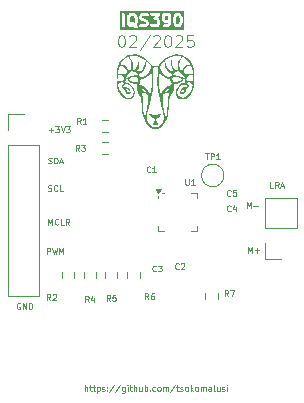
<source format=gbr>
%TF.GenerationSoftware,KiCad,Pcbnew,8.0.5*%
%TF.CreationDate,2025-02-27T19:14:31+02:00*%
%TF.ProjectId,_autosave-QS390,5f617574-6f73-4617-9665-2d5153333930,rev?*%
%TF.SameCoordinates,Original*%
%TF.FileFunction,Legend,Top*%
%TF.FilePolarity,Positive*%
%FSLAX46Y46*%
G04 Gerber Fmt 4.6, Leading zero omitted, Abs format (unit mm)*
G04 Created by KiCad (PCBNEW 8.0.5) date 2025-02-27 19:14:31*
%MOMM*%
%LPD*%
G01*
G04 APERTURE LIST*
%ADD10C,0.100000*%
%ADD11C,0.250000*%
%ADD12C,0.120000*%
%ADD13C,0.000000*%
G04 APERTURE END LIST*
D10*
X87644360Y-55622419D02*
X87739598Y-55622419D01*
X87739598Y-55622419D02*
X87834836Y-55670038D01*
X87834836Y-55670038D02*
X87882455Y-55717657D01*
X87882455Y-55717657D02*
X87930074Y-55812895D01*
X87930074Y-55812895D02*
X87977693Y-56003371D01*
X87977693Y-56003371D02*
X87977693Y-56241466D01*
X87977693Y-56241466D02*
X87930074Y-56431942D01*
X87930074Y-56431942D02*
X87882455Y-56527180D01*
X87882455Y-56527180D02*
X87834836Y-56574800D01*
X87834836Y-56574800D02*
X87739598Y-56622419D01*
X87739598Y-56622419D02*
X87644360Y-56622419D01*
X87644360Y-56622419D02*
X87549122Y-56574800D01*
X87549122Y-56574800D02*
X87501503Y-56527180D01*
X87501503Y-56527180D02*
X87453884Y-56431942D01*
X87453884Y-56431942D02*
X87406265Y-56241466D01*
X87406265Y-56241466D02*
X87406265Y-56003371D01*
X87406265Y-56003371D02*
X87453884Y-55812895D01*
X87453884Y-55812895D02*
X87501503Y-55717657D01*
X87501503Y-55717657D02*
X87549122Y-55670038D01*
X87549122Y-55670038D02*
X87644360Y-55622419D01*
X88358646Y-55717657D02*
X88406265Y-55670038D01*
X88406265Y-55670038D02*
X88501503Y-55622419D01*
X88501503Y-55622419D02*
X88739598Y-55622419D01*
X88739598Y-55622419D02*
X88834836Y-55670038D01*
X88834836Y-55670038D02*
X88882455Y-55717657D01*
X88882455Y-55717657D02*
X88930074Y-55812895D01*
X88930074Y-55812895D02*
X88930074Y-55908133D01*
X88930074Y-55908133D02*
X88882455Y-56050990D01*
X88882455Y-56050990D02*
X88311027Y-56622419D01*
X88311027Y-56622419D02*
X88930074Y-56622419D01*
X90072931Y-55574800D02*
X89215789Y-56860514D01*
X90358646Y-55717657D02*
X90406265Y-55670038D01*
X90406265Y-55670038D02*
X90501503Y-55622419D01*
X90501503Y-55622419D02*
X90739598Y-55622419D01*
X90739598Y-55622419D02*
X90834836Y-55670038D01*
X90834836Y-55670038D02*
X90882455Y-55717657D01*
X90882455Y-55717657D02*
X90930074Y-55812895D01*
X90930074Y-55812895D02*
X90930074Y-55908133D01*
X90930074Y-55908133D02*
X90882455Y-56050990D01*
X90882455Y-56050990D02*
X90311027Y-56622419D01*
X90311027Y-56622419D02*
X90930074Y-56622419D01*
X91549122Y-55622419D02*
X91644360Y-55622419D01*
X91644360Y-55622419D02*
X91739598Y-55670038D01*
X91739598Y-55670038D02*
X91787217Y-55717657D01*
X91787217Y-55717657D02*
X91834836Y-55812895D01*
X91834836Y-55812895D02*
X91882455Y-56003371D01*
X91882455Y-56003371D02*
X91882455Y-56241466D01*
X91882455Y-56241466D02*
X91834836Y-56431942D01*
X91834836Y-56431942D02*
X91787217Y-56527180D01*
X91787217Y-56527180D02*
X91739598Y-56574800D01*
X91739598Y-56574800D02*
X91644360Y-56622419D01*
X91644360Y-56622419D02*
X91549122Y-56622419D01*
X91549122Y-56622419D02*
X91453884Y-56574800D01*
X91453884Y-56574800D02*
X91406265Y-56527180D01*
X91406265Y-56527180D02*
X91358646Y-56431942D01*
X91358646Y-56431942D02*
X91311027Y-56241466D01*
X91311027Y-56241466D02*
X91311027Y-56003371D01*
X91311027Y-56003371D02*
X91358646Y-55812895D01*
X91358646Y-55812895D02*
X91406265Y-55717657D01*
X91406265Y-55717657D02*
X91453884Y-55670038D01*
X91453884Y-55670038D02*
X91549122Y-55622419D01*
X92263408Y-55717657D02*
X92311027Y-55670038D01*
X92311027Y-55670038D02*
X92406265Y-55622419D01*
X92406265Y-55622419D02*
X92644360Y-55622419D01*
X92644360Y-55622419D02*
X92739598Y-55670038D01*
X92739598Y-55670038D02*
X92787217Y-55717657D01*
X92787217Y-55717657D02*
X92834836Y-55812895D01*
X92834836Y-55812895D02*
X92834836Y-55908133D01*
X92834836Y-55908133D02*
X92787217Y-56050990D01*
X92787217Y-56050990D02*
X92215789Y-56622419D01*
X92215789Y-56622419D02*
X92834836Y-56622419D01*
X93739598Y-55622419D02*
X93263408Y-55622419D01*
X93263408Y-55622419D02*
X93215789Y-56098609D01*
X93215789Y-56098609D02*
X93263408Y-56050990D01*
X93263408Y-56050990D02*
X93358646Y-56003371D01*
X93358646Y-56003371D02*
X93596741Y-56003371D01*
X93596741Y-56003371D02*
X93691979Y-56050990D01*
X93691979Y-56050990D02*
X93739598Y-56098609D01*
X93739598Y-56098609D02*
X93787217Y-56193847D01*
X93787217Y-56193847D02*
X93787217Y-56431942D01*
X93787217Y-56431942D02*
X93739598Y-56527180D01*
X93739598Y-56527180D02*
X93691979Y-56574800D01*
X93691979Y-56574800D02*
X93596741Y-56622419D01*
X93596741Y-56622419D02*
X93358646Y-56622419D01*
X93358646Y-56622419D02*
X93263408Y-56574800D01*
X93263408Y-56574800D02*
X93215789Y-56527180D01*
D11*
G36*
X88705904Y-53989970D02*
G01*
X88762315Y-54046381D01*
X88797805Y-54188341D01*
X88797805Y-54490896D01*
X88769368Y-54604642D01*
X88725480Y-54560754D01*
X88715891Y-54552884D01*
X88713730Y-54550393D01*
X88709972Y-54548027D01*
X88706538Y-54545209D01*
X88703488Y-54543945D01*
X88692992Y-54537338D01*
X88597755Y-54489720D01*
X88574869Y-54480962D01*
X88570387Y-54480643D01*
X88566239Y-54478925D01*
X88541853Y-54476523D01*
X88446615Y-54476523D01*
X88422229Y-54478925D01*
X88382282Y-54495470D01*
X88381139Y-54490896D01*
X88381139Y-54188341D01*
X88416629Y-54046381D01*
X88473039Y-53989970D01*
X88523743Y-53964619D01*
X88655202Y-53964619D01*
X88705904Y-53989970D01*
G37*
G36*
X91610665Y-53989969D02*
G01*
X91629597Y-54008902D01*
X91654948Y-54059603D01*
X91654948Y-54238681D01*
X91629597Y-54289382D01*
X91610665Y-54308315D01*
X91559964Y-54333666D01*
X91428505Y-54333666D01*
X91377803Y-54308315D01*
X91358870Y-54289383D01*
X91333520Y-54238682D01*
X91333520Y-54059603D01*
X91358870Y-54008901D01*
X91377803Y-53989969D01*
X91428505Y-53964619D01*
X91559964Y-53964619D01*
X91610665Y-53989969D01*
G37*
G36*
X92515427Y-53989969D02*
G01*
X92534359Y-54008902D01*
X92566769Y-54073723D01*
X92607329Y-54235960D01*
X92607329Y-54443277D01*
X92566769Y-54605513D01*
X92534358Y-54670336D01*
X92515427Y-54689268D01*
X92464726Y-54714619D01*
X92428505Y-54714619D01*
X92377803Y-54689268D01*
X92358871Y-54670336D01*
X92326460Y-54605515D01*
X92285901Y-54443277D01*
X92285901Y-54235960D01*
X92326460Y-54073722D01*
X92358870Y-54008901D01*
X92377803Y-53989969D01*
X92428505Y-53964619D01*
X92464726Y-53964619D01*
X92515427Y-53989969D01*
G37*
G36*
X92982329Y-55183875D02*
G01*
X87577568Y-55183875D01*
X87577568Y-53839619D01*
X87702568Y-53839619D01*
X87702568Y-54839619D01*
X87704970Y-54864005D01*
X87723634Y-54909065D01*
X87758122Y-54943553D01*
X87803182Y-54962217D01*
X87851954Y-54962217D01*
X87897014Y-54943553D01*
X87931502Y-54909065D01*
X87950166Y-54864005D01*
X87952568Y-54839619D01*
X87952568Y-54172952D01*
X88131139Y-54172952D01*
X88131139Y-54506285D01*
X88131558Y-54510539D01*
X88131287Y-54512361D01*
X88132636Y-54521489D01*
X88133541Y-54530671D01*
X88134245Y-54532372D01*
X88134871Y-54536602D01*
X88182490Y-54727078D01*
X88190735Y-54750153D01*
X88196267Y-54757619D01*
X88199824Y-54766207D01*
X88215369Y-54785149D01*
X88310607Y-54880388D01*
X88320195Y-54888257D01*
X88322357Y-54890749D01*
X88326114Y-54893114D01*
X88329549Y-54895933D01*
X88332599Y-54897196D01*
X88343094Y-54903803D01*
X88438332Y-54951422D01*
X88461218Y-54960180D01*
X88465698Y-54960498D01*
X88469848Y-54962217D01*
X88494234Y-54964619D01*
X88684710Y-54964619D01*
X88709096Y-54962217D01*
X88713244Y-54960498D01*
X88717726Y-54960180D01*
X88740612Y-54951422D01*
X88755266Y-54944094D01*
X88786798Y-54975626D01*
X88796383Y-54983492D01*
X88798547Y-54985987D01*
X88802308Y-54988354D01*
X88805740Y-54991171D01*
X88808787Y-54992433D01*
X88819284Y-54999041D01*
X88914522Y-55046660D01*
X88937408Y-55055418D01*
X88986057Y-55058875D01*
X89032328Y-55043452D01*
X89069173Y-55011496D01*
X89090984Y-54967873D01*
X89094442Y-54919223D01*
X89079019Y-54872953D01*
X89047063Y-54836108D01*
X89026325Y-54823053D01*
X88959222Y-54789501D01*
X88963575Y-54785149D01*
X88979120Y-54766207D01*
X88982677Y-54757618D01*
X88988209Y-54750153D01*
X88996454Y-54727078D01*
X89044073Y-54536602D01*
X89044698Y-54532372D01*
X89045403Y-54530671D01*
X89046307Y-54521491D01*
X89047657Y-54512362D01*
X89047385Y-54510539D01*
X89047805Y-54506285D01*
X89047805Y-54172952D01*
X89047385Y-54168697D01*
X89047657Y-54166875D01*
X89046307Y-54157745D01*
X89045403Y-54148566D01*
X89044698Y-54146864D01*
X89044073Y-54142635D01*
X89015938Y-54030095D01*
X89178758Y-54030095D01*
X89178758Y-54125333D01*
X89181160Y-54149719D01*
X89182878Y-54153867D01*
X89183197Y-54158349D01*
X89191955Y-54181235D01*
X89239573Y-54276472D01*
X89246182Y-54286970D01*
X89247444Y-54290017D01*
X89250259Y-54293448D01*
X89252628Y-54297210D01*
X89255122Y-54299373D01*
X89262989Y-54308959D01*
X89310607Y-54356578D01*
X89320195Y-54364447D01*
X89322357Y-54366939D01*
X89326114Y-54369304D01*
X89329549Y-54372123D01*
X89332599Y-54373386D01*
X89343094Y-54379993D01*
X89438332Y-54427612D01*
X89440117Y-54428295D01*
X89440842Y-54428832D01*
X89451071Y-54432487D01*
X89461218Y-54436370D01*
X89462117Y-54436433D01*
X89463917Y-54437077D01*
X89641083Y-54481368D01*
X89705903Y-54513778D01*
X89724835Y-54532711D01*
X89750186Y-54583412D01*
X89750186Y-54619633D01*
X89724834Y-54670336D01*
X89705903Y-54689268D01*
X89655202Y-54714619D01*
X89466901Y-54714619D01*
X89343286Y-54673415D01*
X89319392Y-54667982D01*
X89270743Y-54671439D01*
X89227118Y-54693251D01*
X89195163Y-54730097D01*
X89179740Y-54776366D01*
X89183197Y-54825015D01*
X89205009Y-54868640D01*
X89241855Y-54900595D01*
X89264230Y-54910585D01*
X89407086Y-54958204D01*
X89419179Y-54960953D01*
X89422229Y-54962217D01*
X89426650Y-54962652D01*
X89430980Y-54963637D01*
X89434271Y-54963403D01*
X89446615Y-54964619D01*
X89684710Y-54964619D01*
X89709096Y-54962217D01*
X89713244Y-54960498D01*
X89717726Y-54960180D01*
X89740612Y-54951422D01*
X89835849Y-54903804D01*
X89846345Y-54897196D01*
X89849395Y-54895933D01*
X89852828Y-54893114D01*
X89856587Y-54890749D01*
X89858749Y-54888255D01*
X89868337Y-54880387D01*
X89915956Y-54832768D01*
X89923823Y-54823180D01*
X89926316Y-54821019D01*
X89928682Y-54817259D01*
X89931501Y-54813825D01*
X89932763Y-54810776D01*
X89939370Y-54800282D01*
X89986989Y-54705044D01*
X89995747Y-54682158D01*
X89996065Y-54677677D01*
X89997784Y-54673528D01*
X90000186Y-54649142D01*
X90000186Y-54553904D01*
X89997784Y-54529518D01*
X89996065Y-54525368D01*
X89995747Y-54520888D01*
X89986989Y-54498002D01*
X89939370Y-54402764D01*
X89932763Y-54392269D01*
X89931500Y-54389219D01*
X89928681Y-54385784D01*
X89926316Y-54382027D01*
X89923824Y-54379865D01*
X89915955Y-54370277D01*
X89868336Y-54322659D01*
X89858750Y-54314792D01*
X89856587Y-54312298D01*
X89852825Y-54309929D01*
X89849394Y-54307114D01*
X89846347Y-54305852D01*
X89835849Y-54299243D01*
X89740612Y-54251625D01*
X89738826Y-54250941D01*
X89738102Y-54250405D01*
X89727872Y-54246749D01*
X89717726Y-54242867D01*
X89716826Y-54242803D01*
X89715027Y-54242160D01*
X89537862Y-54197868D01*
X89473041Y-54165458D01*
X89454108Y-54146526D01*
X89428758Y-54095825D01*
X89428758Y-54059603D01*
X89454108Y-54008901D01*
X89473041Y-53989969D01*
X89523743Y-53964619D01*
X89712046Y-53964619D01*
X89835657Y-54005823D01*
X89859551Y-54011256D01*
X89908201Y-54007799D01*
X89951825Y-53985987D01*
X89983781Y-53949141D01*
X89999204Y-53902872D01*
X89995747Y-53854222D01*
X89976252Y-53815233D01*
X90085922Y-53815233D01*
X90085922Y-53864005D01*
X90104586Y-53909065D01*
X90139074Y-53943553D01*
X90184134Y-53962217D01*
X90208520Y-53964619D01*
X90552096Y-53964619D01*
X90400162Y-54138258D01*
X90392626Y-54148798D01*
X90390300Y-54151125D01*
X90389386Y-54153330D01*
X90385911Y-54158192D01*
X90379404Y-54177430D01*
X90371636Y-54196185D01*
X90371636Y-54200398D01*
X90370285Y-54204393D01*
X90371636Y-54224654D01*
X90371636Y-54244957D01*
X90373249Y-54248852D01*
X90373530Y-54253059D01*
X90382529Y-54271257D01*
X90390300Y-54290017D01*
X90393281Y-54292998D01*
X90395150Y-54296777D01*
X90410430Y-54310147D01*
X90424788Y-54324505D01*
X90428682Y-54326118D01*
X90431855Y-54328894D01*
X90451093Y-54335400D01*
X90469848Y-54343169D01*
X90475792Y-54343754D01*
X90478056Y-54344520D01*
X90481340Y-54344300D01*
X90494234Y-54345571D01*
X90607583Y-54345571D01*
X90658284Y-54370921D01*
X90677216Y-54389854D01*
X90702567Y-54440555D01*
X90702567Y-54619633D01*
X90677215Y-54670336D01*
X90658284Y-54689268D01*
X90607583Y-54714619D01*
X90380886Y-54714619D01*
X90330184Y-54689268D01*
X90296909Y-54655993D01*
X90277967Y-54640447D01*
X90232908Y-54621782D01*
X90184135Y-54621782D01*
X90139075Y-54640446D01*
X90104587Y-54674933D01*
X90085922Y-54719992D01*
X90085922Y-54768765D01*
X90104586Y-54813825D01*
X90120131Y-54832767D01*
X90167750Y-54880387D01*
X90177338Y-54888256D01*
X90179500Y-54890749D01*
X90183254Y-54893112D01*
X90186691Y-54895933D01*
X90189744Y-54897197D01*
X90200237Y-54903803D01*
X90295475Y-54951422D01*
X90318361Y-54960180D01*
X90322841Y-54960498D01*
X90326991Y-54962217D01*
X90351377Y-54964619D01*
X90637091Y-54964619D01*
X90661477Y-54962217D01*
X90665625Y-54960498D01*
X90670107Y-54960180D01*
X90692993Y-54951422D01*
X90788230Y-54903804D01*
X90798726Y-54897196D01*
X90801776Y-54895933D01*
X90805209Y-54893114D01*
X90808968Y-54890749D01*
X90811130Y-54888255D01*
X90820718Y-54880387D01*
X90868337Y-54832768D01*
X90876204Y-54823180D01*
X90878697Y-54821019D01*
X90881063Y-54817259D01*
X90883882Y-54813825D01*
X90885144Y-54810776D01*
X90891751Y-54800282D01*
X90939370Y-54705044D01*
X90948128Y-54682158D01*
X90948446Y-54677677D01*
X90950165Y-54673528D01*
X90952567Y-54649142D01*
X90952567Y-54411047D01*
X90950165Y-54386661D01*
X90948446Y-54382511D01*
X90948128Y-54378031D01*
X90939370Y-54355145D01*
X90891751Y-54259907D01*
X90885144Y-54249412D01*
X90883881Y-54246362D01*
X90881062Y-54242927D01*
X90878697Y-54239170D01*
X90876205Y-54237008D01*
X90868336Y-54227420D01*
X90820717Y-54179802D01*
X90811131Y-54171935D01*
X90808968Y-54169441D01*
X90805206Y-54167072D01*
X90801775Y-54164257D01*
X90798728Y-54162995D01*
X90788230Y-54156386D01*
X90738324Y-54131433D01*
X90826996Y-54030095D01*
X91083520Y-54030095D01*
X91083520Y-54268190D01*
X91085922Y-54292576D01*
X91087640Y-54296724D01*
X91087959Y-54301206D01*
X91096717Y-54324092D01*
X91144335Y-54419329D01*
X91150944Y-54429827D01*
X91152206Y-54432874D01*
X91155021Y-54436305D01*
X91157390Y-54440067D01*
X91159884Y-54442230D01*
X91167751Y-54451816D01*
X91215369Y-54499435D01*
X91224957Y-54507304D01*
X91227119Y-54509796D01*
X91230876Y-54512161D01*
X91234311Y-54514980D01*
X91237361Y-54516243D01*
X91247856Y-54522850D01*
X91343094Y-54570469D01*
X91365980Y-54579227D01*
X91370460Y-54579545D01*
X91374610Y-54581264D01*
X91398996Y-54583666D01*
X91589472Y-54583666D01*
X91594320Y-54583188D01*
X91539948Y-54664746D01*
X91515427Y-54689268D01*
X91464726Y-54714619D01*
X91303758Y-54714619D01*
X91279372Y-54717021D01*
X91234312Y-54735685D01*
X91199824Y-54770173D01*
X91181160Y-54815233D01*
X91181160Y-54864005D01*
X91199824Y-54909065D01*
X91234312Y-54943553D01*
X91279372Y-54962217D01*
X91303758Y-54964619D01*
X91494234Y-54964619D01*
X91518620Y-54962217D01*
X91522768Y-54960498D01*
X91527250Y-54960180D01*
X91550136Y-54951422D01*
X91645373Y-54903804D01*
X91655869Y-54897196D01*
X91658919Y-54895933D01*
X91662352Y-54893114D01*
X91666111Y-54890749D01*
X91668273Y-54888255D01*
X91677861Y-54880387D01*
X91725480Y-54832768D01*
X91725535Y-54832700D01*
X91725572Y-54832676D01*
X91733501Y-54822992D01*
X91741025Y-54813825D01*
X91741040Y-54813786D01*
X91741097Y-54813718D01*
X91836335Y-54670860D01*
X91843514Y-54657394D01*
X91845352Y-54654915D01*
X91846398Y-54651987D01*
X91847864Y-54649238D01*
X91848463Y-54646206D01*
X91853597Y-54631840D01*
X91901216Y-54441364D01*
X91901841Y-54437134D01*
X91902546Y-54435433D01*
X91903450Y-54426253D01*
X91904800Y-54417124D01*
X91904528Y-54415301D01*
X91904948Y-54411047D01*
X91904948Y-54220571D01*
X92035901Y-54220571D01*
X92035901Y-54458666D01*
X92036320Y-54462920D01*
X92036049Y-54464742D01*
X92037398Y-54473870D01*
X92038303Y-54483052D01*
X92039007Y-54484753D01*
X92039633Y-54488983D01*
X92087252Y-54679459D01*
X92087895Y-54681258D01*
X92087959Y-54682158D01*
X92091841Y-54692304D01*
X92095497Y-54702534D01*
X92096033Y-54703258D01*
X92096717Y-54705044D01*
X92144335Y-54800281D01*
X92150942Y-54810777D01*
X92152205Y-54813825D01*
X92155022Y-54817258D01*
X92157390Y-54821019D01*
X92159884Y-54823182D01*
X92167750Y-54832767D01*
X92215369Y-54880387D01*
X92224957Y-54888256D01*
X92227119Y-54890749D01*
X92230873Y-54893112D01*
X92234310Y-54895933D01*
X92237363Y-54897197D01*
X92247856Y-54903803D01*
X92343094Y-54951422D01*
X92365980Y-54960180D01*
X92370460Y-54960498D01*
X92374610Y-54962217D01*
X92398996Y-54964619D01*
X92494234Y-54964619D01*
X92518620Y-54962217D01*
X92522768Y-54960498D01*
X92527250Y-54960180D01*
X92550136Y-54951422D01*
X92645373Y-54903804D01*
X92655869Y-54897196D01*
X92658919Y-54895933D01*
X92662352Y-54893114D01*
X92666111Y-54890749D01*
X92668273Y-54888255D01*
X92677861Y-54880387D01*
X92725480Y-54832768D01*
X92733347Y-54823180D01*
X92735840Y-54821019D01*
X92738206Y-54817259D01*
X92741025Y-54813825D01*
X92742287Y-54810776D01*
X92748894Y-54800282D01*
X92796513Y-54705044D01*
X92797196Y-54703258D01*
X92797733Y-54702534D01*
X92801388Y-54692304D01*
X92805271Y-54682158D01*
X92805334Y-54681258D01*
X92805978Y-54679459D01*
X92853597Y-54488983D01*
X92854222Y-54484753D01*
X92854927Y-54483052D01*
X92855831Y-54473872D01*
X92857181Y-54464743D01*
X92856909Y-54462920D01*
X92857329Y-54458666D01*
X92857329Y-54220571D01*
X92856909Y-54216316D01*
X92857181Y-54214494D01*
X92855831Y-54205364D01*
X92854927Y-54196185D01*
X92854222Y-54194483D01*
X92853597Y-54190254D01*
X92805978Y-53999778D01*
X92805334Y-53997978D01*
X92805271Y-53997079D01*
X92801388Y-53986932D01*
X92797733Y-53976703D01*
X92797196Y-53975978D01*
X92796513Y-53974193D01*
X92748894Y-53878955D01*
X92742287Y-53868460D01*
X92741024Y-53865410D01*
X92738205Y-53861975D01*
X92735840Y-53858218D01*
X92733348Y-53856056D01*
X92725479Y-53846468D01*
X92677860Y-53798850D01*
X92668274Y-53790983D01*
X92666111Y-53788489D01*
X92662349Y-53786120D01*
X92658918Y-53783305D01*
X92655871Y-53782043D01*
X92645373Y-53775434D01*
X92550136Y-53727816D01*
X92527250Y-53719058D01*
X92522768Y-53718739D01*
X92518620Y-53717021D01*
X92494234Y-53714619D01*
X92398996Y-53714619D01*
X92374610Y-53717021D01*
X92370460Y-53718739D01*
X92365980Y-53719058D01*
X92343094Y-53727816D01*
X92247856Y-53775435D01*
X92237361Y-53782041D01*
X92234311Y-53783305D01*
X92230876Y-53786123D01*
X92227119Y-53788489D01*
X92224957Y-53790980D01*
X92215369Y-53798850D01*
X92167751Y-53846469D01*
X92159884Y-53856054D01*
X92157390Y-53858218D01*
X92155021Y-53861979D01*
X92152206Y-53865411D01*
X92150944Y-53868457D01*
X92144335Y-53878956D01*
X92096717Y-53974193D01*
X92096033Y-53975978D01*
X92095497Y-53976703D01*
X92091841Y-53986932D01*
X92087959Y-53997079D01*
X92087895Y-53997978D01*
X92087252Y-53999778D01*
X92039633Y-54190254D01*
X92039007Y-54194483D01*
X92038303Y-54196185D01*
X92037398Y-54205366D01*
X92036049Y-54214495D01*
X92036320Y-54216316D01*
X92035901Y-54220571D01*
X91904948Y-54220571D01*
X91904948Y-54030095D01*
X91902546Y-54005709D01*
X91900827Y-54001559D01*
X91900509Y-53997079D01*
X91891751Y-53974193D01*
X91844132Y-53878955D01*
X91837525Y-53868460D01*
X91836262Y-53865410D01*
X91833443Y-53861975D01*
X91831078Y-53858218D01*
X91828586Y-53856056D01*
X91820717Y-53846468D01*
X91773098Y-53798850D01*
X91763512Y-53790983D01*
X91761349Y-53788489D01*
X91757587Y-53786120D01*
X91754156Y-53783305D01*
X91751109Y-53782043D01*
X91740611Y-53775434D01*
X91645374Y-53727816D01*
X91622488Y-53719058D01*
X91618006Y-53718739D01*
X91613858Y-53717021D01*
X91589472Y-53714619D01*
X91398996Y-53714619D01*
X91374610Y-53717021D01*
X91370460Y-53718739D01*
X91365980Y-53719058D01*
X91343094Y-53727816D01*
X91247856Y-53775435D01*
X91237361Y-53782041D01*
X91234311Y-53783305D01*
X91230876Y-53786123D01*
X91227119Y-53788489D01*
X91224957Y-53790980D01*
X91215369Y-53798850D01*
X91167751Y-53846469D01*
X91159884Y-53856054D01*
X91157390Y-53858218D01*
X91155021Y-53861979D01*
X91152206Y-53865411D01*
X91150944Y-53868457D01*
X91144335Y-53878956D01*
X91096717Y-53974193D01*
X91087959Y-53997079D01*
X91087640Y-54001560D01*
X91085922Y-54005709D01*
X91083520Y-54030095D01*
X90826996Y-54030095D01*
X90921639Y-53921932D01*
X90929174Y-53911391D01*
X90931501Y-53909065D01*
X90932414Y-53906859D01*
X90935890Y-53901998D01*
X90942396Y-53882759D01*
X90950165Y-53864005D01*
X90950165Y-53859791D01*
X90951516Y-53855797D01*
X90950165Y-53835529D01*
X90950165Y-53815233D01*
X90948552Y-53811340D01*
X90948272Y-53807131D01*
X90939268Y-53788925D01*
X90931501Y-53770173D01*
X90928519Y-53767191D01*
X90926651Y-53763413D01*
X90911370Y-53750042D01*
X90897013Y-53735685D01*
X90893118Y-53734071D01*
X90889946Y-53731296D01*
X90870707Y-53724789D01*
X90851953Y-53717021D01*
X90846008Y-53716435D01*
X90843745Y-53715670D01*
X90840460Y-53715888D01*
X90827567Y-53714619D01*
X90208520Y-53714619D01*
X90184134Y-53717021D01*
X90139074Y-53735685D01*
X90104586Y-53770173D01*
X90085922Y-53815233D01*
X89976252Y-53815233D01*
X89973935Y-53810598D01*
X89937089Y-53778643D01*
X89914714Y-53768652D01*
X89771857Y-53721034D01*
X89759766Y-53718284D01*
X89756715Y-53717021D01*
X89752292Y-53716585D01*
X89747963Y-53715601D01*
X89744672Y-53715834D01*
X89732329Y-53714619D01*
X89494234Y-53714619D01*
X89469848Y-53717021D01*
X89465698Y-53718739D01*
X89461218Y-53719058D01*
X89438332Y-53727816D01*
X89343094Y-53775435D01*
X89332599Y-53782041D01*
X89329549Y-53783305D01*
X89326114Y-53786123D01*
X89322357Y-53788489D01*
X89320195Y-53790980D01*
X89310607Y-53798850D01*
X89262989Y-53846469D01*
X89255122Y-53856054D01*
X89252628Y-53858218D01*
X89250259Y-53861979D01*
X89247444Y-53865411D01*
X89246182Y-53868457D01*
X89239573Y-53878956D01*
X89191955Y-53974193D01*
X89183197Y-53997079D01*
X89182878Y-54001560D01*
X89181160Y-54005709D01*
X89178758Y-54030095D01*
X89015938Y-54030095D01*
X88996454Y-53952159D01*
X88988209Y-53929084D01*
X88982675Y-53921615D01*
X88979119Y-53913030D01*
X88963574Y-53894088D01*
X88868336Y-53798850D01*
X88858750Y-53790983D01*
X88856587Y-53788489D01*
X88852825Y-53786120D01*
X88849394Y-53783305D01*
X88846347Y-53782043D01*
X88835849Y-53775434D01*
X88740612Y-53727816D01*
X88717726Y-53719058D01*
X88713244Y-53718739D01*
X88709096Y-53717021D01*
X88684710Y-53714619D01*
X88494234Y-53714619D01*
X88469848Y-53717021D01*
X88465698Y-53718739D01*
X88461218Y-53719058D01*
X88438332Y-53727816D01*
X88343094Y-53775435D01*
X88332597Y-53782042D01*
X88329550Y-53783305D01*
X88326118Y-53786121D01*
X88322357Y-53788489D01*
X88320193Y-53790983D01*
X88310608Y-53798850D01*
X88215370Y-53894088D01*
X88199825Y-53913030D01*
X88196268Y-53921615D01*
X88190735Y-53929084D01*
X88182490Y-53952159D01*
X88134871Y-54142635D01*
X88134245Y-54146864D01*
X88133541Y-54148566D01*
X88132636Y-54157747D01*
X88131287Y-54166876D01*
X88131558Y-54168697D01*
X88131139Y-54172952D01*
X87952568Y-54172952D01*
X87952568Y-53839619D01*
X87950166Y-53815233D01*
X87931502Y-53770173D01*
X87897014Y-53735685D01*
X87851954Y-53717021D01*
X87803182Y-53717021D01*
X87758122Y-53735685D01*
X87723634Y-53770173D01*
X87704970Y-53815233D01*
X87702568Y-53839619D01*
X87577568Y-53839619D01*
X87577568Y-53589619D01*
X92982329Y-53589619D01*
X92982329Y-55183875D01*
G37*
D10*
X79096741Y-78332419D02*
X79049122Y-78308609D01*
X79049122Y-78308609D02*
X78977693Y-78308609D01*
X78977693Y-78308609D02*
X78906265Y-78332419D01*
X78906265Y-78332419D02*
X78858646Y-78380038D01*
X78858646Y-78380038D02*
X78834836Y-78427657D01*
X78834836Y-78427657D02*
X78811027Y-78522895D01*
X78811027Y-78522895D02*
X78811027Y-78594323D01*
X78811027Y-78594323D02*
X78834836Y-78689561D01*
X78834836Y-78689561D02*
X78858646Y-78737180D01*
X78858646Y-78737180D02*
X78906265Y-78784800D01*
X78906265Y-78784800D02*
X78977693Y-78808609D01*
X78977693Y-78808609D02*
X79025312Y-78808609D01*
X79025312Y-78808609D02*
X79096741Y-78784800D01*
X79096741Y-78784800D02*
X79120550Y-78760990D01*
X79120550Y-78760990D02*
X79120550Y-78594323D01*
X79120550Y-78594323D02*
X79025312Y-78594323D01*
X79334836Y-78808609D02*
X79334836Y-78308609D01*
X79334836Y-78308609D02*
X79620550Y-78808609D01*
X79620550Y-78808609D02*
X79620550Y-78308609D01*
X79858646Y-78808609D02*
X79858646Y-78308609D01*
X79858646Y-78308609D02*
X79977694Y-78308609D01*
X79977694Y-78308609D02*
X80049122Y-78332419D01*
X80049122Y-78332419D02*
X80096741Y-78380038D01*
X80096741Y-78380038D02*
X80120551Y-78427657D01*
X80120551Y-78427657D02*
X80144360Y-78522895D01*
X80144360Y-78522895D02*
X80144360Y-78594323D01*
X80144360Y-78594323D02*
X80120551Y-78689561D01*
X80120551Y-78689561D02*
X80096741Y-78737180D01*
X80096741Y-78737180D02*
X80049122Y-78784800D01*
X80049122Y-78784800D02*
X79977694Y-78808609D01*
X79977694Y-78808609D02*
X79858646Y-78808609D01*
X81359836Y-74133609D02*
X81359836Y-73633609D01*
X81359836Y-73633609D02*
X81550312Y-73633609D01*
X81550312Y-73633609D02*
X81597931Y-73657419D01*
X81597931Y-73657419D02*
X81621741Y-73681228D01*
X81621741Y-73681228D02*
X81645550Y-73728847D01*
X81645550Y-73728847D02*
X81645550Y-73800276D01*
X81645550Y-73800276D02*
X81621741Y-73847895D01*
X81621741Y-73847895D02*
X81597931Y-73871704D01*
X81597931Y-73871704D02*
X81550312Y-73895514D01*
X81550312Y-73895514D02*
X81359836Y-73895514D01*
X81812217Y-73633609D02*
X81931265Y-74133609D01*
X81931265Y-74133609D02*
X82026503Y-73776466D01*
X82026503Y-73776466D02*
X82121741Y-74133609D01*
X82121741Y-74133609D02*
X82240789Y-73633609D01*
X82431265Y-74133609D02*
X82431265Y-73633609D01*
X82431265Y-73633609D02*
X82597932Y-73990752D01*
X82597932Y-73990752D02*
X82764598Y-73633609D01*
X82764598Y-73633609D02*
X82764598Y-74133609D01*
X81484836Y-71658609D02*
X81484836Y-71158609D01*
X81484836Y-71158609D02*
X81651503Y-71515752D01*
X81651503Y-71515752D02*
X81818169Y-71158609D01*
X81818169Y-71158609D02*
X81818169Y-71658609D01*
X82341979Y-71610990D02*
X82318170Y-71634800D01*
X82318170Y-71634800D02*
X82246741Y-71658609D01*
X82246741Y-71658609D02*
X82199122Y-71658609D01*
X82199122Y-71658609D02*
X82127694Y-71634800D01*
X82127694Y-71634800D02*
X82080075Y-71587180D01*
X82080075Y-71587180D02*
X82056265Y-71539561D01*
X82056265Y-71539561D02*
X82032456Y-71444323D01*
X82032456Y-71444323D02*
X82032456Y-71372895D01*
X82032456Y-71372895D02*
X82056265Y-71277657D01*
X82056265Y-71277657D02*
X82080075Y-71230038D01*
X82080075Y-71230038D02*
X82127694Y-71182419D01*
X82127694Y-71182419D02*
X82199122Y-71158609D01*
X82199122Y-71158609D02*
X82246741Y-71158609D01*
X82246741Y-71158609D02*
X82318170Y-71182419D01*
X82318170Y-71182419D02*
X82341979Y-71206228D01*
X82794360Y-71658609D02*
X82556265Y-71658609D01*
X82556265Y-71658609D02*
X82556265Y-71158609D01*
X83246741Y-71658609D02*
X83080075Y-71420514D01*
X82961027Y-71658609D02*
X82961027Y-71158609D01*
X82961027Y-71158609D02*
X83151503Y-71158609D01*
X83151503Y-71158609D02*
X83199122Y-71182419D01*
X83199122Y-71182419D02*
X83222932Y-71206228D01*
X83222932Y-71206228D02*
X83246741Y-71253847D01*
X83246741Y-71253847D02*
X83246741Y-71325276D01*
X83246741Y-71325276D02*
X83222932Y-71372895D01*
X83222932Y-71372895D02*
X83199122Y-71396704D01*
X83199122Y-71396704D02*
X83151503Y-71420514D01*
X83151503Y-71420514D02*
X82961027Y-71420514D01*
X81461027Y-68784800D02*
X81532455Y-68808609D01*
X81532455Y-68808609D02*
X81651503Y-68808609D01*
X81651503Y-68808609D02*
X81699122Y-68784800D01*
X81699122Y-68784800D02*
X81722931Y-68760990D01*
X81722931Y-68760990D02*
X81746741Y-68713371D01*
X81746741Y-68713371D02*
X81746741Y-68665752D01*
X81746741Y-68665752D02*
X81722931Y-68618133D01*
X81722931Y-68618133D02*
X81699122Y-68594323D01*
X81699122Y-68594323D02*
X81651503Y-68570514D01*
X81651503Y-68570514D02*
X81556265Y-68546704D01*
X81556265Y-68546704D02*
X81508646Y-68522895D01*
X81508646Y-68522895D02*
X81484836Y-68499085D01*
X81484836Y-68499085D02*
X81461027Y-68451466D01*
X81461027Y-68451466D02*
X81461027Y-68403847D01*
X81461027Y-68403847D02*
X81484836Y-68356228D01*
X81484836Y-68356228D02*
X81508646Y-68332419D01*
X81508646Y-68332419D02*
X81556265Y-68308609D01*
X81556265Y-68308609D02*
X81675312Y-68308609D01*
X81675312Y-68308609D02*
X81746741Y-68332419D01*
X82246740Y-68760990D02*
X82222931Y-68784800D01*
X82222931Y-68784800D02*
X82151502Y-68808609D01*
X82151502Y-68808609D02*
X82103883Y-68808609D01*
X82103883Y-68808609D02*
X82032455Y-68784800D01*
X82032455Y-68784800D02*
X81984836Y-68737180D01*
X81984836Y-68737180D02*
X81961026Y-68689561D01*
X81961026Y-68689561D02*
X81937217Y-68594323D01*
X81937217Y-68594323D02*
X81937217Y-68522895D01*
X81937217Y-68522895D02*
X81961026Y-68427657D01*
X81961026Y-68427657D02*
X81984836Y-68380038D01*
X81984836Y-68380038D02*
X82032455Y-68332419D01*
X82032455Y-68332419D02*
X82103883Y-68308609D01*
X82103883Y-68308609D02*
X82151502Y-68308609D01*
X82151502Y-68308609D02*
X82222931Y-68332419D01*
X82222931Y-68332419D02*
X82246740Y-68356228D01*
X82699121Y-68808609D02*
X82461026Y-68808609D01*
X82461026Y-68808609D02*
X82461026Y-68308609D01*
X81486027Y-66459800D02*
X81557455Y-66483609D01*
X81557455Y-66483609D02*
X81676503Y-66483609D01*
X81676503Y-66483609D02*
X81724122Y-66459800D01*
X81724122Y-66459800D02*
X81747931Y-66435990D01*
X81747931Y-66435990D02*
X81771741Y-66388371D01*
X81771741Y-66388371D02*
X81771741Y-66340752D01*
X81771741Y-66340752D02*
X81747931Y-66293133D01*
X81747931Y-66293133D02*
X81724122Y-66269323D01*
X81724122Y-66269323D02*
X81676503Y-66245514D01*
X81676503Y-66245514D02*
X81581265Y-66221704D01*
X81581265Y-66221704D02*
X81533646Y-66197895D01*
X81533646Y-66197895D02*
X81509836Y-66174085D01*
X81509836Y-66174085D02*
X81486027Y-66126466D01*
X81486027Y-66126466D02*
X81486027Y-66078847D01*
X81486027Y-66078847D02*
X81509836Y-66031228D01*
X81509836Y-66031228D02*
X81533646Y-66007419D01*
X81533646Y-66007419D02*
X81581265Y-65983609D01*
X81581265Y-65983609D02*
X81700312Y-65983609D01*
X81700312Y-65983609D02*
X81771741Y-66007419D01*
X81986026Y-66483609D02*
X81986026Y-65983609D01*
X81986026Y-65983609D02*
X82105074Y-65983609D01*
X82105074Y-65983609D02*
X82176502Y-66007419D01*
X82176502Y-66007419D02*
X82224121Y-66055038D01*
X82224121Y-66055038D02*
X82247931Y-66102657D01*
X82247931Y-66102657D02*
X82271740Y-66197895D01*
X82271740Y-66197895D02*
X82271740Y-66269323D01*
X82271740Y-66269323D02*
X82247931Y-66364561D01*
X82247931Y-66364561D02*
X82224121Y-66412180D01*
X82224121Y-66412180D02*
X82176502Y-66459800D01*
X82176502Y-66459800D02*
X82105074Y-66483609D01*
X82105074Y-66483609D02*
X81986026Y-66483609D01*
X82462217Y-66340752D02*
X82700312Y-66340752D01*
X82414598Y-66483609D02*
X82581264Y-65983609D01*
X82581264Y-65983609D02*
X82747931Y-66483609D01*
X81509836Y-63643133D02*
X81890789Y-63643133D01*
X81700312Y-63833609D02*
X81700312Y-63452657D01*
X82081265Y-63333609D02*
X82390789Y-63333609D01*
X82390789Y-63333609D02*
X82224122Y-63524085D01*
X82224122Y-63524085D02*
X82295551Y-63524085D01*
X82295551Y-63524085D02*
X82343170Y-63547895D01*
X82343170Y-63547895D02*
X82366979Y-63571704D01*
X82366979Y-63571704D02*
X82390789Y-63619323D01*
X82390789Y-63619323D02*
X82390789Y-63738371D01*
X82390789Y-63738371D02*
X82366979Y-63785990D01*
X82366979Y-63785990D02*
X82343170Y-63809800D01*
X82343170Y-63809800D02*
X82295551Y-63833609D01*
X82295551Y-63833609D02*
X82152694Y-63833609D01*
X82152694Y-63833609D02*
X82105075Y-63809800D01*
X82105075Y-63809800D02*
X82081265Y-63785990D01*
X82533646Y-63333609D02*
X82700312Y-63833609D01*
X82700312Y-63833609D02*
X82866979Y-63333609D01*
X82986026Y-63333609D02*
X83295550Y-63333609D01*
X83295550Y-63333609D02*
X83128883Y-63524085D01*
X83128883Y-63524085D02*
X83200312Y-63524085D01*
X83200312Y-63524085D02*
X83247931Y-63547895D01*
X83247931Y-63547895D02*
X83271740Y-63571704D01*
X83271740Y-63571704D02*
X83295550Y-63619323D01*
X83295550Y-63619323D02*
X83295550Y-63738371D01*
X83295550Y-63738371D02*
X83271740Y-63785990D01*
X83271740Y-63785990D02*
X83247931Y-63809800D01*
X83247931Y-63809800D02*
X83200312Y-63833609D01*
X83200312Y-63833609D02*
X83057455Y-63833609D01*
X83057455Y-63833609D02*
X83009836Y-63809800D01*
X83009836Y-63809800D02*
X82986026Y-63785990D01*
X84584836Y-85733609D02*
X84584836Y-85233609D01*
X84799122Y-85733609D02*
X84799122Y-85471704D01*
X84799122Y-85471704D02*
X84775312Y-85424085D01*
X84775312Y-85424085D02*
X84727693Y-85400276D01*
X84727693Y-85400276D02*
X84656265Y-85400276D01*
X84656265Y-85400276D02*
X84608646Y-85424085D01*
X84608646Y-85424085D02*
X84584836Y-85447895D01*
X84965789Y-85400276D02*
X85156265Y-85400276D01*
X85037217Y-85233609D02*
X85037217Y-85662180D01*
X85037217Y-85662180D02*
X85061027Y-85709800D01*
X85061027Y-85709800D02*
X85108646Y-85733609D01*
X85108646Y-85733609D02*
X85156265Y-85733609D01*
X85251503Y-85400276D02*
X85441979Y-85400276D01*
X85322931Y-85233609D02*
X85322931Y-85662180D01*
X85322931Y-85662180D02*
X85346741Y-85709800D01*
X85346741Y-85709800D02*
X85394360Y-85733609D01*
X85394360Y-85733609D02*
X85441979Y-85733609D01*
X85608645Y-85400276D02*
X85608645Y-85900276D01*
X85608645Y-85424085D02*
X85656264Y-85400276D01*
X85656264Y-85400276D02*
X85751502Y-85400276D01*
X85751502Y-85400276D02*
X85799121Y-85424085D01*
X85799121Y-85424085D02*
X85822931Y-85447895D01*
X85822931Y-85447895D02*
X85846740Y-85495514D01*
X85846740Y-85495514D02*
X85846740Y-85638371D01*
X85846740Y-85638371D02*
X85822931Y-85685990D01*
X85822931Y-85685990D02*
X85799121Y-85709800D01*
X85799121Y-85709800D02*
X85751502Y-85733609D01*
X85751502Y-85733609D02*
X85656264Y-85733609D01*
X85656264Y-85733609D02*
X85608645Y-85709800D01*
X86037217Y-85709800D02*
X86084836Y-85733609D01*
X86084836Y-85733609D02*
X86180074Y-85733609D01*
X86180074Y-85733609D02*
X86227693Y-85709800D01*
X86227693Y-85709800D02*
X86251502Y-85662180D01*
X86251502Y-85662180D02*
X86251502Y-85638371D01*
X86251502Y-85638371D02*
X86227693Y-85590752D01*
X86227693Y-85590752D02*
X86180074Y-85566942D01*
X86180074Y-85566942D02*
X86108645Y-85566942D01*
X86108645Y-85566942D02*
X86061026Y-85543133D01*
X86061026Y-85543133D02*
X86037217Y-85495514D01*
X86037217Y-85495514D02*
X86037217Y-85471704D01*
X86037217Y-85471704D02*
X86061026Y-85424085D01*
X86061026Y-85424085D02*
X86108645Y-85400276D01*
X86108645Y-85400276D02*
X86180074Y-85400276D01*
X86180074Y-85400276D02*
X86227693Y-85424085D01*
X86465788Y-85685990D02*
X86489598Y-85709800D01*
X86489598Y-85709800D02*
X86465788Y-85733609D01*
X86465788Y-85733609D02*
X86441979Y-85709800D01*
X86441979Y-85709800D02*
X86465788Y-85685990D01*
X86465788Y-85685990D02*
X86465788Y-85733609D01*
X86465788Y-85424085D02*
X86489598Y-85447895D01*
X86489598Y-85447895D02*
X86465788Y-85471704D01*
X86465788Y-85471704D02*
X86441979Y-85447895D01*
X86441979Y-85447895D02*
X86465788Y-85424085D01*
X86465788Y-85424085D02*
X86465788Y-85471704D01*
X87061026Y-85209800D02*
X86632455Y-85852657D01*
X87584836Y-85209800D02*
X87156265Y-85852657D01*
X87965789Y-85400276D02*
X87965789Y-85805038D01*
X87965789Y-85805038D02*
X87941979Y-85852657D01*
X87941979Y-85852657D02*
X87918170Y-85876466D01*
X87918170Y-85876466D02*
X87870551Y-85900276D01*
X87870551Y-85900276D02*
X87799122Y-85900276D01*
X87799122Y-85900276D02*
X87751503Y-85876466D01*
X87965789Y-85709800D02*
X87918170Y-85733609D01*
X87918170Y-85733609D02*
X87822932Y-85733609D01*
X87822932Y-85733609D02*
X87775313Y-85709800D01*
X87775313Y-85709800D02*
X87751503Y-85685990D01*
X87751503Y-85685990D02*
X87727694Y-85638371D01*
X87727694Y-85638371D02*
X87727694Y-85495514D01*
X87727694Y-85495514D02*
X87751503Y-85447895D01*
X87751503Y-85447895D02*
X87775313Y-85424085D01*
X87775313Y-85424085D02*
X87822932Y-85400276D01*
X87822932Y-85400276D02*
X87918170Y-85400276D01*
X87918170Y-85400276D02*
X87965789Y-85424085D01*
X88203884Y-85733609D02*
X88203884Y-85400276D01*
X88203884Y-85233609D02*
X88180075Y-85257419D01*
X88180075Y-85257419D02*
X88203884Y-85281228D01*
X88203884Y-85281228D02*
X88227694Y-85257419D01*
X88227694Y-85257419D02*
X88203884Y-85233609D01*
X88203884Y-85233609D02*
X88203884Y-85281228D01*
X88370551Y-85400276D02*
X88561027Y-85400276D01*
X88441979Y-85233609D02*
X88441979Y-85662180D01*
X88441979Y-85662180D02*
X88465789Y-85709800D01*
X88465789Y-85709800D02*
X88513408Y-85733609D01*
X88513408Y-85733609D02*
X88561027Y-85733609D01*
X88727693Y-85733609D02*
X88727693Y-85233609D01*
X88941979Y-85733609D02*
X88941979Y-85471704D01*
X88941979Y-85471704D02*
X88918169Y-85424085D01*
X88918169Y-85424085D02*
X88870550Y-85400276D01*
X88870550Y-85400276D02*
X88799122Y-85400276D01*
X88799122Y-85400276D02*
X88751503Y-85424085D01*
X88751503Y-85424085D02*
X88727693Y-85447895D01*
X89394360Y-85400276D02*
X89394360Y-85733609D01*
X89180074Y-85400276D02*
X89180074Y-85662180D01*
X89180074Y-85662180D02*
X89203884Y-85709800D01*
X89203884Y-85709800D02*
X89251503Y-85733609D01*
X89251503Y-85733609D02*
X89322931Y-85733609D01*
X89322931Y-85733609D02*
X89370550Y-85709800D01*
X89370550Y-85709800D02*
X89394360Y-85685990D01*
X89632455Y-85733609D02*
X89632455Y-85233609D01*
X89632455Y-85424085D02*
X89680074Y-85400276D01*
X89680074Y-85400276D02*
X89775312Y-85400276D01*
X89775312Y-85400276D02*
X89822931Y-85424085D01*
X89822931Y-85424085D02*
X89846741Y-85447895D01*
X89846741Y-85447895D02*
X89870550Y-85495514D01*
X89870550Y-85495514D02*
X89870550Y-85638371D01*
X89870550Y-85638371D02*
X89846741Y-85685990D01*
X89846741Y-85685990D02*
X89822931Y-85709800D01*
X89822931Y-85709800D02*
X89775312Y-85733609D01*
X89775312Y-85733609D02*
X89680074Y-85733609D01*
X89680074Y-85733609D02*
X89632455Y-85709800D01*
X90084836Y-85685990D02*
X90108646Y-85709800D01*
X90108646Y-85709800D02*
X90084836Y-85733609D01*
X90084836Y-85733609D02*
X90061027Y-85709800D01*
X90061027Y-85709800D02*
X90084836Y-85685990D01*
X90084836Y-85685990D02*
X90084836Y-85733609D01*
X90537217Y-85709800D02*
X90489598Y-85733609D01*
X90489598Y-85733609D02*
X90394360Y-85733609D01*
X90394360Y-85733609D02*
X90346741Y-85709800D01*
X90346741Y-85709800D02*
X90322931Y-85685990D01*
X90322931Y-85685990D02*
X90299122Y-85638371D01*
X90299122Y-85638371D02*
X90299122Y-85495514D01*
X90299122Y-85495514D02*
X90322931Y-85447895D01*
X90322931Y-85447895D02*
X90346741Y-85424085D01*
X90346741Y-85424085D02*
X90394360Y-85400276D01*
X90394360Y-85400276D02*
X90489598Y-85400276D01*
X90489598Y-85400276D02*
X90537217Y-85424085D01*
X90822931Y-85733609D02*
X90775312Y-85709800D01*
X90775312Y-85709800D02*
X90751502Y-85685990D01*
X90751502Y-85685990D02*
X90727693Y-85638371D01*
X90727693Y-85638371D02*
X90727693Y-85495514D01*
X90727693Y-85495514D02*
X90751502Y-85447895D01*
X90751502Y-85447895D02*
X90775312Y-85424085D01*
X90775312Y-85424085D02*
X90822931Y-85400276D01*
X90822931Y-85400276D02*
X90894359Y-85400276D01*
X90894359Y-85400276D02*
X90941978Y-85424085D01*
X90941978Y-85424085D02*
X90965788Y-85447895D01*
X90965788Y-85447895D02*
X90989597Y-85495514D01*
X90989597Y-85495514D02*
X90989597Y-85638371D01*
X90989597Y-85638371D02*
X90965788Y-85685990D01*
X90965788Y-85685990D02*
X90941978Y-85709800D01*
X90941978Y-85709800D02*
X90894359Y-85733609D01*
X90894359Y-85733609D02*
X90822931Y-85733609D01*
X91203883Y-85733609D02*
X91203883Y-85400276D01*
X91203883Y-85447895D02*
X91227693Y-85424085D01*
X91227693Y-85424085D02*
X91275312Y-85400276D01*
X91275312Y-85400276D02*
X91346740Y-85400276D01*
X91346740Y-85400276D02*
X91394359Y-85424085D01*
X91394359Y-85424085D02*
X91418169Y-85471704D01*
X91418169Y-85471704D02*
X91418169Y-85733609D01*
X91418169Y-85471704D02*
X91441978Y-85424085D01*
X91441978Y-85424085D02*
X91489597Y-85400276D01*
X91489597Y-85400276D02*
X91561026Y-85400276D01*
X91561026Y-85400276D02*
X91608645Y-85424085D01*
X91608645Y-85424085D02*
X91632455Y-85471704D01*
X91632455Y-85471704D02*
X91632455Y-85733609D01*
X92227693Y-85209800D02*
X91799122Y-85852657D01*
X92322932Y-85400276D02*
X92513408Y-85400276D01*
X92394360Y-85233609D02*
X92394360Y-85662180D01*
X92394360Y-85662180D02*
X92418170Y-85709800D01*
X92418170Y-85709800D02*
X92465789Y-85733609D01*
X92465789Y-85733609D02*
X92513408Y-85733609D01*
X92656265Y-85709800D02*
X92703884Y-85733609D01*
X92703884Y-85733609D02*
X92799122Y-85733609D01*
X92799122Y-85733609D02*
X92846741Y-85709800D01*
X92846741Y-85709800D02*
X92870550Y-85662180D01*
X92870550Y-85662180D02*
X92870550Y-85638371D01*
X92870550Y-85638371D02*
X92846741Y-85590752D01*
X92846741Y-85590752D02*
X92799122Y-85566942D01*
X92799122Y-85566942D02*
X92727693Y-85566942D01*
X92727693Y-85566942D02*
X92680074Y-85543133D01*
X92680074Y-85543133D02*
X92656265Y-85495514D01*
X92656265Y-85495514D02*
X92656265Y-85471704D01*
X92656265Y-85471704D02*
X92680074Y-85424085D01*
X92680074Y-85424085D02*
X92727693Y-85400276D01*
X92727693Y-85400276D02*
X92799122Y-85400276D01*
X92799122Y-85400276D02*
X92846741Y-85424085D01*
X93156265Y-85733609D02*
X93108646Y-85709800D01*
X93108646Y-85709800D02*
X93084836Y-85685990D01*
X93084836Y-85685990D02*
X93061027Y-85638371D01*
X93061027Y-85638371D02*
X93061027Y-85495514D01*
X93061027Y-85495514D02*
X93084836Y-85447895D01*
X93084836Y-85447895D02*
X93108646Y-85424085D01*
X93108646Y-85424085D02*
X93156265Y-85400276D01*
X93156265Y-85400276D02*
X93227693Y-85400276D01*
X93227693Y-85400276D02*
X93275312Y-85424085D01*
X93275312Y-85424085D02*
X93299122Y-85447895D01*
X93299122Y-85447895D02*
X93322931Y-85495514D01*
X93322931Y-85495514D02*
X93322931Y-85638371D01*
X93322931Y-85638371D02*
X93299122Y-85685990D01*
X93299122Y-85685990D02*
X93275312Y-85709800D01*
X93275312Y-85709800D02*
X93227693Y-85733609D01*
X93227693Y-85733609D02*
X93156265Y-85733609D01*
X93537217Y-85733609D02*
X93537217Y-85233609D01*
X93584836Y-85543133D02*
X93727693Y-85733609D01*
X93727693Y-85400276D02*
X93537217Y-85590752D01*
X94013408Y-85733609D02*
X93965789Y-85709800D01*
X93965789Y-85709800D02*
X93941979Y-85685990D01*
X93941979Y-85685990D02*
X93918170Y-85638371D01*
X93918170Y-85638371D02*
X93918170Y-85495514D01*
X93918170Y-85495514D02*
X93941979Y-85447895D01*
X93941979Y-85447895D02*
X93965789Y-85424085D01*
X93965789Y-85424085D02*
X94013408Y-85400276D01*
X94013408Y-85400276D02*
X94084836Y-85400276D01*
X94084836Y-85400276D02*
X94132455Y-85424085D01*
X94132455Y-85424085D02*
X94156265Y-85447895D01*
X94156265Y-85447895D02*
X94180074Y-85495514D01*
X94180074Y-85495514D02*
X94180074Y-85638371D01*
X94180074Y-85638371D02*
X94156265Y-85685990D01*
X94156265Y-85685990D02*
X94132455Y-85709800D01*
X94132455Y-85709800D02*
X94084836Y-85733609D01*
X94084836Y-85733609D02*
X94013408Y-85733609D01*
X94394360Y-85733609D02*
X94394360Y-85400276D01*
X94394360Y-85447895D02*
X94418170Y-85424085D01*
X94418170Y-85424085D02*
X94465789Y-85400276D01*
X94465789Y-85400276D02*
X94537217Y-85400276D01*
X94537217Y-85400276D02*
X94584836Y-85424085D01*
X94584836Y-85424085D02*
X94608646Y-85471704D01*
X94608646Y-85471704D02*
X94608646Y-85733609D01*
X94608646Y-85471704D02*
X94632455Y-85424085D01*
X94632455Y-85424085D02*
X94680074Y-85400276D01*
X94680074Y-85400276D02*
X94751503Y-85400276D01*
X94751503Y-85400276D02*
X94799122Y-85424085D01*
X94799122Y-85424085D02*
X94822932Y-85471704D01*
X94822932Y-85471704D02*
X94822932Y-85733609D01*
X95275313Y-85733609D02*
X95275313Y-85471704D01*
X95275313Y-85471704D02*
X95251503Y-85424085D01*
X95251503Y-85424085D02*
X95203884Y-85400276D01*
X95203884Y-85400276D02*
X95108646Y-85400276D01*
X95108646Y-85400276D02*
X95061027Y-85424085D01*
X95275313Y-85709800D02*
X95227694Y-85733609D01*
X95227694Y-85733609D02*
X95108646Y-85733609D01*
X95108646Y-85733609D02*
X95061027Y-85709800D01*
X95061027Y-85709800D02*
X95037218Y-85662180D01*
X95037218Y-85662180D02*
X95037218Y-85614561D01*
X95037218Y-85614561D02*
X95061027Y-85566942D01*
X95061027Y-85566942D02*
X95108646Y-85543133D01*
X95108646Y-85543133D02*
X95227694Y-85543133D01*
X95227694Y-85543133D02*
X95275313Y-85519323D01*
X95584837Y-85733609D02*
X95537218Y-85709800D01*
X95537218Y-85709800D02*
X95513408Y-85662180D01*
X95513408Y-85662180D02*
X95513408Y-85233609D01*
X95989599Y-85400276D02*
X95989599Y-85733609D01*
X95775313Y-85400276D02*
X95775313Y-85662180D01*
X95775313Y-85662180D02*
X95799123Y-85709800D01*
X95799123Y-85709800D02*
X95846742Y-85733609D01*
X95846742Y-85733609D02*
X95918170Y-85733609D01*
X95918170Y-85733609D02*
X95965789Y-85709800D01*
X95965789Y-85709800D02*
X95989599Y-85685990D01*
X96203885Y-85709800D02*
X96251504Y-85733609D01*
X96251504Y-85733609D02*
X96346742Y-85733609D01*
X96346742Y-85733609D02*
X96394361Y-85709800D01*
X96394361Y-85709800D02*
X96418170Y-85662180D01*
X96418170Y-85662180D02*
X96418170Y-85638371D01*
X96418170Y-85638371D02*
X96394361Y-85590752D01*
X96394361Y-85590752D02*
X96346742Y-85566942D01*
X96346742Y-85566942D02*
X96275313Y-85566942D01*
X96275313Y-85566942D02*
X96227694Y-85543133D01*
X96227694Y-85543133D02*
X96203885Y-85495514D01*
X96203885Y-85495514D02*
X96203885Y-85471704D01*
X96203885Y-85471704D02*
X96227694Y-85424085D01*
X96227694Y-85424085D02*
X96275313Y-85400276D01*
X96275313Y-85400276D02*
X96346742Y-85400276D01*
X96346742Y-85400276D02*
X96394361Y-85424085D01*
X96632456Y-85733609D02*
X96632456Y-85400276D01*
X96632456Y-85233609D02*
X96608647Y-85257419D01*
X96608647Y-85257419D02*
X96632456Y-85281228D01*
X96632456Y-85281228D02*
X96656266Y-85257419D01*
X96656266Y-85257419D02*
X96632456Y-85233609D01*
X96632456Y-85233609D02*
X96632456Y-85281228D01*
X98384836Y-74033609D02*
X98384836Y-73533609D01*
X98384836Y-73533609D02*
X98551503Y-73890752D01*
X98551503Y-73890752D02*
X98718169Y-73533609D01*
X98718169Y-73533609D02*
X98718169Y-74033609D01*
X98956265Y-73843133D02*
X99337218Y-73843133D01*
X99146741Y-74033609D02*
X99146741Y-73652657D01*
X98284836Y-70233609D02*
X98284836Y-69733609D01*
X98284836Y-69733609D02*
X98451503Y-70090752D01*
X98451503Y-70090752D02*
X98618169Y-69733609D01*
X98618169Y-69733609D02*
X98618169Y-70233609D01*
X98856265Y-70043133D02*
X99237218Y-70043133D01*
X100522931Y-68533609D02*
X100284836Y-68533609D01*
X100284836Y-68533609D02*
X100284836Y-68033609D01*
X100975312Y-68533609D02*
X100808646Y-68295514D01*
X100689598Y-68533609D02*
X100689598Y-68033609D01*
X100689598Y-68033609D02*
X100880074Y-68033609D01*
X100880074Y-68033609D02*
X100927693Y-68057419D01*
X100927693Y-68057419D02*
X100951503Y-68081228D01*
X100951503Y-68081228D02*
X100975312Y-68128847D01*
X100975312Y-68128847D02*
X100975312Y-68200276D01*
X100975312Y-68200276D02*
X100951503Y-68247895D01*
X100951503Y-68247895D02*
X100927693Y-68271704D01*
X100927693Y-68271704D02*
X100880074Y-68295514D01*
X100880074Y-68295514D02*
X100689598Y-68295514D01*
X101165789Y-68390752D02*
X101403884Y-68390752D01*
X101118170Y-68533609D02*
X101284836Y-68033609D01*
X101284836Y-68033609D02*
X101451503Y-68533609D01*
X94769048Y-65626109D02*
X95054762Y-65626109D01*
X94911905Y-66126109D02*
X94911905Y-65626109D01*
X95221428Y-66126109D02*
X95221428Y-65626109D01*
X95221428Y-65626109D02*
X95411904Y-65626109D01*
X95411904Y-65626109D02*
X95459523Y-65649919D01*
X95459523Y-65649919D02*
X95483333Y-65673728D01*
X95483333Y-65673728D02*
X95507142Y-65721347D01*
X95507142Y-65721347D02*
X95507142Y-65792776D01*
X95507142Y-65792776D02*
X95483333Y-65840395D01*
X95483333Y-65840395D02*
X95459523Y-65864204D01*
X95459523Y-65864204D02*
X95411904Y-65888014D01*
X95411904Y-65888014D02*
X95221428Y-65888014D01*
X95983333Y-66126109D02*
X95697619Y-66126109D01*
X95840476Y-66126109D02*
X95840476Y-65626109D01*
X95840476Y-65626109D02*
X95792857Y-65697538D01*
X95792857Y-65697538D02*
X95745238Y-65745157D01*
X95745238Y-65745157D02*
X95697619Y-65768966D01*
X81666666Y-78051109D02*
X81500000Y-77813014D01*
X81380952Y-78051109D02*
X81380952Y-77551109D01*
X81380952Y-77551109D02*
X81571428Y-77551109D01*
X81571428Y-77551109D02*
X81619047Y-77574919D01*
X81619047Y-77574919D02*
X81642857Y-77598728D01*
X81642857Y-77598728D02*
X81666666Y-77646347D01*
X81666666Y-77646347D02*
X81666666Y-77717776D01*
X81666666Y-77717776D02*
X81642857Y-77765395D01*
X81642857Y-77765395D02*
X81619047Y-77789204D01*
X81619047Y-77789204D02*
X81571428Y-77813014D01*
X81571428Y-77813014D02*
X81380952Y-77813014D01*
X81857143Y-77598728D02*
X81880952Y-77574919D01*
X81880952Y-77574919D02*
X81928571Y-77551109D01*
X81928571Y-77551109D02*
X82047619Y-77551109D01*
X82047619Y-77551109D02*
X82095238Y-77574919D01*
X82095238Y-77574919D02*
X82119047Y-77598728D01*
X82119047Y-77598728D02*
X82142857Y-77646347D01*
X82142857Y-77646347D02*
X82142857Y-77693966D01*
X82142857Y-77693966D02*
X82119047Y-77765395D01*
X82119047Y-77765395D02*
X81833333Y-78051109D01*
X81833333Y-78051109D02*
X82142857Y-78051109D01*
X84216666Y-63126109D02*
X84050000Y-62888014D01*
X83930952Y-63126109D02*
X83930952Y-62626109D01*
X83930952Y-62626109D02*
X84121428Y-62626109D01*
X84121428Y-62626109D02*
X84169047Y-62649919D01*
X84169047Y-62649919D02*
X84192857Y-62673728D01*
X84192857Y-62673728D02*
X84216666Y-62721347D01*
X84216666Y-62721347D02*
X84216666Y-62792776D01*
X84216666Y-62792776D02*
X84192857Y-62840395D01*
X84192857Y-62840395D02*
X84169047Y-62864204D01*
X84169047Y-62864204D02*
X84121428Y-62888014D01*
X84121428Y-62888014D02*
X83930952Y-62888014D01*
X84692857Y-63126109D02*
X84407143Y-63126109D01*
X84550000Y-63126109D02*
X84550000Y-62626109D01*
X84550000Y-62626109D02*
X84502381Y-62697538D01*
X84502381Y-62697538D02*
X84454762Y-62745157D01*
X84454762Y-62745157D02*
X84407143Y-62768966D01*
X86716666Y-78126109D02*
X86550000Y-77888014D01*
X86430952Y-78126109D02*
X86430952Y-77626109D01*
X86430952Y-77626109D02*
X86621428Y-77626109D01*
X86621428Y-77626109D02*
X86669047Y-77649919D01*
X86669047Y-77649919D02*
X86692857Y-77673728D01*
X86692857Y-77673728D02*
X86716666Y-77721347D01*
X86716666Y-77721347D02*
X86716666Y-77792776D01*
X86716666Y-77792776D02*
X86692857Y-77840395D01*
X86692857Y-77840395D02*
X86669047Y-77864204D01*
X86669047Y-77864204D02*
X86621428Y-77888014D01*
X86621428Y-77888014D02*
X86430952Y-77888014D01*
X87169047Y-77626109D02*
X86930952Y-77626109D01*
X86930952Y-77626109D02*
X86907143Y-77864204D01*
X86907143Y-77864204D02*
X86930952Y-77840395D01*
X86930952Y-77840395D02*
X86978571Y-77816585D01*
X86978571Y-77816585D02*
X87097619Y-77816585D01*
X87097619Y-77816585D02*
X87145238Y-77840395D01*
X87145238Y-77840395D02*
X87169047Y-77864204D01*
X87169047Y-77864204D02*
X87192857Y-77911823D01*
X87192857Y-77911823D02*
X87192857Y-78030871D01*
X87192857Y-78030871D02*
X87169047Y-78078490D01*
X87169047Y-78078490D02*
X87145238Y-78102300D01*
X87145238Y-78102300D02*
X87097619Y-78126109D01*
X87097619Y-78126109D02*
X86978571Y-78126109D01*
X86978571Y-78126109D02*
X86930952Y-78102300D01*
X86930952Y-78102300D02*
X86907143Y-78078490D01*
X96716666Y-77726109D02*
X96550000Y-77488014D01*
X96430952Y-77726109D02*
X96430952Y-77226109D01*
X96430952Y-77226109D02*
X96621428Y-77226109D01*
X96621428Y-77226109D02*
X96669047Y-77249919D01*
X96669047Y-77249919D02*
X96692857Y-77273728D01*
X96692857Y-77273728D02*
X96716666Y-77321347D01*
X96716666Y-77321347D02*
X96716666Y-77392776D01*
X96716666Y-77392776D02*
X96692857Y-77440395D01*
X96692857Y-77440395D02*
X96669047Y-77464204D01*
X96669047Y-77464204D02*
X96621428Y-77488014D01*
X96621428Y-77488014D02*
X96430952Y-77488014D01*
X96883333Y-77226109D02*
X97216666Y-77226109D01*
X97216666Y-77226109D02*
X97002381Y-77726109D01*
X84891666Y-78201109D02*
X84725000Y-77963014D01*
X84605952Y-78201109D02*
X84605952Y-77701109D01*
X84605952Y-77701109D02*
X84796428Y-77701109D01*
X84796428Y-77701109D02*
X84844047Y-77724919D01*
X84844047Y-77724919D02*
X84867857Y-77748728D01*
X84867857Y-77748728D02*
X84891666Y-77796347D01*
X84891666Y-77796347D02*
X84891666Y-77867776D01*
X84891666Y-77867776D02*
X84867857Y-77915395D01*
X84867857Y-77915395D02*
X84844047Y-77939204D01*
X84844047Y-77939204D02*
X84796428Y-77963014D01*
X84796428Y-77963014D02*
X84605952Y-77963014D01*
X85320238Y-77867776D02*
X85320238Y-78201109D01*
X85201190Y-77677300D02*
X85082143Y-78034442D01*
X85082143Y-78034442D02*
X85391666Y-78034442D01*
X93094047Y-67801109D02*
X93094047Y-68205871D01*
X93094047Y-68205871D02*
X93117857Y-68253490D01*
X93117857Y-68253490D02*
X93141666Y-68277300D01*
X93141666Y-68277300D02*
X93189285Y-68301109D01*
X93189285Y-68301109D02*
X93284523Y-68301109D01*
X93284523Y-68301109D02*
X93332142Y-68277300D01*
X93332142Y-68277300D02*
X93355952Y-68253490D01*
X93355952Y-68253490D02*
X93379761Y-68205871D01*
X93379761Y-68205871D02*
X93379761Y-67801109D01*
X93879762Y-68301109D02*
X93594048Y-68301109D01*
X93736905Y-68301109D02*
X93736905Y-67801109D01*
X93736905Y-67801109D02*
X93689286Y-67872538D01*
X93689286Y-67872538D02*
X93641667Y-67920157D01*
X93641667Y-67920157D02*
X93594048Y-67943966D01*
X84116666Y-65426109D02*
X83950000Y-65188014D01*
X83830952Y-65426109D02*
X83830952Y-64926109D01*
X83830952Y-64926109D02*
X84021428Y-64926109D01*
X84021428Y-64926109D02*
X84069047Y-64949919D01*
X84069047Y-64949919D02*
X84092857Y-64973728D01*
X84092857Y-64973728D02*
X84116666Y-65021347D01*
X84116666Y-65021347D02*
X84116666Y-65092776D01*
X84116666Y-65092776D02*
X84092857Y-65140395D01*
X84092857Y-65140395D02*
X84069047Y-65164204D01*
X84069047Y-65164204D02*
X84021428Y-65188014D01*
X84021428Y-65188014D02*
X83830952Y-65188014D01*
X84283333Y-64926109D02*
X84592857Y-64926109D01*
X84592857Y-64926109D02*
X84426190Y-65116585D01*
X84426190Y-65116585D02*
X84497619Y-65116585D01*
X84497619Y-65116585D02*
X84545238Y-65140395D01*
X84545238Y-65140395D02*
X84569047Y-65164204D01*
X84569047Y-65164204D02*
X84592857Y-65211823D01*
X84592857Y-65211823D02*
X84592857Y-65330871D01*
X84592857Y-65330871D02*
X84569047Y-65378490D01*
X84569047Y-65378490D02*
X84545238Y-65402300D01*
X84545238Y-65402300D02*
X84497619Y-65426109D01*
X84497619Y-65426109D02*
X84354762Y-65426109D01*
X84354762Y-65426109D02*
X84307143Y-65402300D01*
X84307143Y-65402300D02*
X84283333Y-65378490D01*
X96916666Y-69178490D02*
X96892857Y-69202300D01*
X96892857Y-69202300D02*
X96821428Y-69226109D01*
X96821428Y-69226109D02*
X96773809Y-69226109D01*
X96773809Y-69226109D02*
X96702381Y-69202300D01*
X96702381Y-69202300D02*
X96654762Y-69154680D01*
X96654762Y-69154680D02*
X96630952Y-69107061D01*
X96630952Y-69107061D02*
X96607143Y-69011823D01*
X96607143Y-69011823D02*
X96607143Y-68940395D01*
X96607143Y-68940395D02*
X96630952Y-68845157D01*
X96630952Y-68845157D02*
X96654762Y-68797538D01*
X96654762Y-68797538D02*
X96702381Y-68749919D01*
X96702381Y-68749919D02*
X96773809Y-68726109D01*
X96773809Y-68726109D02*
X96821428Y-68726109D01*
X96821428Y-68726109D02*
X96892857Y-68749919D01*
X96892857Y-68749919D02*
X96916666Y-68773728D01*
X97369047Y-68726109D02*
X97130952Y-68726109D01*
X97130952Y-68726109D02*
X97107143Y-68964204D01*
X97107143Y-68964204D02*
X97130952Y-68940395D01*
X97130952Y-68940395D02*
X97178571Y-68916585D01*
X97178571Y-68916585D02*
X97297619Y-68916585D01*
X97297619Y-68916585D02*
X97345238Y-68940395D01*
X97345238Y-68940395D02*
X97369047Y-68964204D01*
X97369047Y-68964204D02*
X97392857Y-69011823D01*
X97392857Y-69011823D02*
X97392857Y-69130871D01*
X97392857Y-69130871D02*
X97369047Y-69178490D01*
X97369047Y-69178490D02*
X97345238Y-69202300D01*
X97345238Y-69202300D02*
X97297619Y-69226109D01*
X97297619Y-69226109D02*
X97178571Y-69226109D01*
X97178571Y-69226109D02*
X97130952Y-69202300D01*
X97130952Y-69202300D02*
X97107143Y-69178490D01*
X90616666Y-75578490D02*
X90592857Y-75602300D01*
X90592857Y-75602300D02*
X90521428Y-75626109D01*
X90521428Y-75626109D02*
X90473809Y-75626109D01*
X90473809Y-75626109D02*
X90402381Y-75602300D01*
X90402381Y-75602300D02*
X90354762Y-75554680D01*
X90354762Y-75554680D02*
X90330952Y-75507061D01*
X90330952Y-75507061D02*
X90307143Y-75411823D01*
X90307143Y-75411823D02*
X90307143Y-75340395D01*
X90307143Y-75340395D02*
X90330952Y-75245157D01*
X90330952Y-75245157D02*
X90354762Y-75197538D01*
X90354762Y-75197538D02*
X90402381Y-75149919D01*
X90402381Y-75149919D02*
X90473809Y-75126109D01*
X90473809Y-75126109D02*
X90521428Y-75126109D01*
X90521428Y-75126109D02*
X90592857Y-75149919D01*
X90592857Y-75149919D02*
X90616666Y-75173728D01*
X90783333Y-75126109D02*
X91092857Y-75126109D01*
X91092857Y-75126109D02*
X90926190Y-75316585D01*
X90926190Y-75316585D02*
X90997619Y-75316585D01*
X90997619Y-75316585D02*
X91045238Y-75340395D01*
X91045238Y-75340395D02*
X91069047Y-75364204D01*
X91069047Y-75364204D02*
X91092857Y-75411823D01*
X91092857Y-75411823D02*
X91092857Y-75530871D01*
X91092857Y-75530871D02*
X91069047Y-75578490D01*
X91069047Y-75578490D02*
X91045238Y-75602300D01*
X91045238Y-75602300D02*
X90997619Y-75626109D01*
X90997619Y-75626109D02*
X90854762Y-75626109D01*
X90854762Y-75626109D02*
X90807143Y-75602300D01*
X90807143Y-75602300D02*
X90783333Y-75578490D01*
X92516666Y-75378490D02*
X92492857Y-75402300D01*
X92492857Y-75402300D02*
X92421428Y-75426109D01*
X92421428Y-75426109D02*
X92373809Y-75426109D01*
X92373809Y-75426109D02*
X92302381Y-75402300D01*
X92302381Y-75402300D02*
X92254762Y-75354680D01*
X92254762Y-75354680D02*
X92230952Y-75307061D01*
X92230952Y-75307061D02*
X92207143Y-75211823D01*
X92207143Y-75211823D02*
X92207143Y-75140395D01*
X92207143Y-75140395D02*
X92230952Y-75045157D01*
X92230952Y-75045157D02*
X92254762Y-74997538D01*
X92254762Y-74997538D02*
X92302381Y-74949919D01*
X92302381Y-74949919D02*
X92373809Y-74926109D01*
X92373809Y-74926109D02*
X92421428Y-74926109D01*
X92421428Y-74926109D02*
X92492857Y-74949919D01*
X92492857Y-74949919D02*
X92516666Y-74973728D01*
X92707143Y-74973728D02*
X92730952Y-74949919D01*
X92730952Y-74949919D02*
X92778571Y-74926109D01*
X92778571Y-74926109D02*
X92897619Y-74926109D01*
X92897619Y-74926109D02*
X92945238Y-74949919D01*
X92945238Y-74949919D02*
X92969047Y-74973728D01*
X92969047Y-74973728D02*
X92992857Y-75021347D01*
X92992857Y-75021347D02*
X92992857Y-75068966D01*
X92992857Y-75068966D02*
X92969047Y-75140395D01*
X92969047Y-75140395D02*
X92683333Y-75426109D01*
X92683333Y-75426109D02*
X92992857Y-75426109D01*
X89966666Y-77976109D02*
X89800000Y-77738014D01*
X89680952Y-77976109D02*
X89680952Y-77476109D01*
X89680952Y-77476109D02*
X89871428Y-77476109D01*
X89871428Y-77476109D02*
X89919047Y-77499919D01*
X89919047Y-77499919D02*
X89942857Y-77523728D01*
X89942857Y-77523728D02*
X89966666Y-77571347D01*
X89966666Y-77571347D02*
X89966666Y-77642776D01*
X89966666Y-77642776D02*
X89942857Y-77690395D01*
X89942857Y-77690395D02*
X89919047Y-77714204D01*
X89919047Y-77714204D02*
X89871428Y-77738014D01*
X89871428Y-77738014D02*
X89680952Y-77738014D01*
X90395238Y-77476109D02*
X90300000Y-77476109D01*
X90300000Y-77476109D02*
X90252381Y-77499919D01*
X90252381Y-77499919D02*
X90228571Y-77523728D01*
X90228571Y-77523728D02*
X90180952Y-77595157D01*
X90180952Y-77595157D02*
X90157143Y-77690395D01*
X90157143Y-77690395D02*
X90157143Y-77880871D01*
X90157143Y-77880871D02*
X90180952Y-77928490D01*
X90180952Y-77928490D02*
X90204762Y-77952300D01*
X90204762Y-77952300D02*
X90252381Y-77976109D01*
X90252381Y-77976109D02*
X90347619Y-77976109D01*
X90347619Y-77976109D02*
X90395238Y-77952300D01*
X90395238Y-77952300D02*
X90419047Y-77928490D01*
X90419047Y-77928490D02*
X90442857Y-77880871D01*
X90442857Y-77880871D02*
X90442857Y-77761823D01*
X90442857Y-77761823D02*
X90419047Y-77714204D01*
X90419047Y-77714204D02*
X90395238Y-77690395D01*
X90395238Y-77690395D02*
X90347619Y-77666585D01*
X90347619Y-77666585D02*
X90252381Y-77666585D01*
X90252381Y-77666585D02*
X90204762Y-77690395D01*
X90204762Y-77690395D02*
X90180952Y-77714204D01*
X90180952Y-77714204D02*
X90157143Y-77761823D01*
X96916666Y-70478490D02*
X96892857Y-70502300D01*
X96892857Y-70502300D02*
X96821428Y-70526109D01*
X96821428Y-70526109D02*
X96773809Y-70526109D01*
X96773809Y-70526109D02*
X96702381Y-70502300D01*
X96702381Y-70502300D02*
X96654762Y-70454680D01*
X96654762Y-70454680D02*
X96630952Y-70407061D01*
X96630952Y-70407061D02*
X96607143Y-70311823D01*
X96607143Y-70311823D02*
X96607143Y-70240395D01*
X96607143Y-70240395D02*
X96630952Y-70145157D01*
X96630952Y-70145157D02*
X96654762Y-70097538D01*
X96654762Y-70097538D02*
X96702381Y-70049919D01*
X96702381Y-70049919D02*
X96773809Y-70026109D01*
X96773809Y-70026109D02*
X96821428Y-70026109D01*
X96821428Y-70026109D02*
X96892857Y-70049919D01*
X96892857Y-70049919D02*
X96916666Y-70073728D01*
X97345238Y-70192776D02*
X97345238Y-70526109D01*
X97226190Y-70002300D02*
X97107143Y-70359442D01*
X97107143Y-70359442D02*
X97416666Y-70359442D01*
X90116666Y-67178490D02*
X90092857Y-67202300D01*
X90092857Y-67202300D02*
X90021428Y-67226109D01*
X90021428Y-67226109D02*
X89973809Y-67226109D01*
X89973809Y-67226109D02*
X89902381Y-67202300D01*
X89902381Y-67202300D02*
X89854762Y-67154680D01*
X89854762Y-67154680D02*
X89830952Y-67107061D01*
X89830952Y-67107061D02*
X89807143Y-67011823D01*
X89807143Y-67011823D02*
X89807143Y-66940395D01*
X89807143Y-66940395D02*
X89830952Y-66845157D01*
X89830952Y-66845157D02*
X89854762Y-66797538D01*
X89854762Y-66797538D02*
X89902381Y-66749919D01*
X89902381Y-66749919D02*
X89973809Y-66726109D01*
X89973809Y-66726109D02*
X90021428Y-66726109D01*
X90021428Y-66726109D02*
X90092857Y-66749919D01*
X90092857Y-66749919D02*
X90116666Y-66773728D01*
X90592857Y-67226109D02*
X90307143Y-67226109D01*
X90450000Y-67226109D02*
X90450000Y-66726109D01*
X90450000Y-66726109D02*
X90402381Y-66797538D01*
X90402381Y-66797538D02*
X90354762Y-66845157D01*
X90354762Y-66845157D02*
X90307143Y-66868966D01*
D12*
%TO.C,J1*%
X78070000Y-62330000D02*
X79400000Y-62330000D01*
X78070000Y-63660000D02*
X78070000Y-62330000D01*
X78070000Y-64930000D02*
X78070000Y-77690000D01*
X78070000Y-64930000D02*
X80730000Y-64930000D01*
X78070000Y-77690000D02*
X80730000Y-77690000D01*
X80730000Y-64930000D02*
X80730000Y-77690000D01*
D13*
%TO.C,G\u002A\u002A\u002A*%
G36*
X92627152Y-57260591D02*
G01*
X92856505Y-57326237D01*
X93094966Y-57442756D01*
X93310373Y-57591201D01*
X93470564Y-57752625D01*
X93476879Y-57761154D01*
X93567325Y-57907736D01*
X93664393Y-58098054D01*
X93717196Y-58218405D01*
X93763702Y-58340671D01*
X93795775Y-58453123D01*
X93816068Y-58579009D01*
X93827236Y-58741579D01*
X93831932Y-58964084D01*
X93832820Y-59231288D01*
X93831830Y-59524453D01*
X93826901Y-59737688D01*
X93815095Y-59894943D01*
X93793476Y-60020168D01*
X93759104Y-60137312D01*
X93709044Y-60270326D01*
X93703729Y-60283742D01*
X93539918Y-60605740D01*
X93339622Y-60847996D01*
X93111355Y-61003748D01*
X92863633Y-61066235D01*
X92727131Y-61059191D01*
X92527866Y-60989129D01*
X92394701Y-60850106D01*
X92326012Y-60639842D01*
X92315070Y-60480543D01*
X92315839Y-60469806D01*
X92405319Y-60469806D01*
X92440481Y-60656804D01*
X92530612Y-60795083D01*
X92681628Y-60895262D01*
X92856251Y-60909176D01*
X93066733Y-60837162D01*
X93116657Y-60811142D01*
X93265024Y-60705223D01*
X93397694Y-60570657D01*
X93430704Y-60525787D01*
X93528747Y-60354112D01*
X93618779Y-60158986D01*
X93686919Y-59974387D01*
X93719289Y-59834292D01*
X93720241Y-59816978D01*
X93681978Y-59728338D01*
X93586220Y-59648478D01*
X93464360Y-59595855D01*
X93347793Y-59588928D01*
X93336976Y-59591650D01*
X93246550Y-59639979D01*
X93243355Y-59709184D01*
X93297144Y-59776687D01*
X93359542Y-59892592D01*
X93348712Y-60020156D01*
X93269527Y-60120709D01*
X93252504Y-60130835D01*
X93170326Y-60193272D01*
X93140905Y-60248026D01*
X93116809Y-60326077D01*
X93057714Y-60441603D01*
X93046826Y-60459785D01*
X92961851Y-60567197D01*
X92866694Y-60600364D01*
X92812468Y-60597660D01*
X92710630Y-60569676D01*
X92666981Y-60496176D01*
X92657614Y-60433547D01*
X92663655Y-60382079D01*
X92739147Y-60382079D01*
X92770719Y-60440870D01*
X92842684Y-60447162D01*
X92920911Y-60405669D01*
X92960775Y-60351472D01*
X93003563Y-60219566D01*
X92985542Y-60149231D01*
X92954701Y-60140286D01*
X92872808Y-60178873D01*
X92789326Y-60266939D01*
X92741289Y-60362940D01*
X92739147Y-60382079D01*
X92663655Y-60382079D01*
X92678393Y-60256522D01*
X92772959Y-60125729D01*
X92931568Y-60050719D01*
X93062680Y-60036401D01*
X93194166Y-60030659D01*
X93256170Y-60007707D01*
X93268180Y-59958956D01*
X93266503Y-59946575D01*
X93209325Y-59849872D01*
X93091251Y-59797411D01*
X92934537Y-59795612D01*
X92831982Y-59821254D01*
X92653854Y-59924417D01*
X92518823Y-60081584D01*
X92433706Y-60270723D01*
X92405319Y-60469806D01*
X92315839Y-60469806D01*
X92331055Y-60257305D01*
X92384446Y-60094936D01*
X92408546Y-60053196D01*
X92523731Y-59917206D01*
X92676028Y-59793456D01*
X92832764Y-59704739D01*
X92952587Y-59673656D01*
X93051221Y-59633861D01*
X93089466Y-59530566D01*
X93063744Y-59396598D01*
X93016615Y-59273797D01*
X92957567Y-59117010D01*
X92946790Y-59088090D01*
X92830337Y-58881855D01*
X92672719Y-58748864D01*
X92492777Y-58694965D01*
X92309350Y-58726009D01*
X92148375Y-58840195D01*
X92002592Y-58994501D01*
X92159797Y-58996023D01*
X92266500Y-59009062D01*
X92417751Y-59041724D01*
X92587347Y-59086524D01*
X92749084Y-59135979D01*
X92876758Y-59182604D01*
X92944166Y-59218916D01*
X92945593Y-59220452D01*
X92942835Y-59282186D01*
X92891435Y-59383724D01*
X92809707Y-59496151D01*
X92715964Y-59590548D01*
X92706514Y-59597974D01*
X92592583Y-59656930D01*
X92437317Y-59704682D01*
X92363806Y-59718454D01*
X92136808Y-59750716D01*
X92150514Y-59935700D01*
X92142929Y-60074146D01*
X92096240Y-60244248D01*
X92003577Y-60469968D01*
X91986683Y-60507070D01*
X91828301Y-60891945D01*
X91728033Y-61242059D01*
X91677702Y-61592238D01*
X91667794Y-61865493D01*
X91661618Y-62102835D01*
X91637369Y-62299236D01*
X91586462Y-62483924D01*
X91500312Y-62686131D01*
X91370334Y-62935086D01*
X91334764Y-62999467D01*
X91208382Y-63210099D01*
X91098516Y-63349525D01*
X90985261Y-63441390D01*
X90941679Y-63466396D01*
X90670649Y-63553902D01*
X90384463Y-63542469D01*
X90217003Y-63490441D01*
X90098644Y-63429120D01*
X89994637Y-63340818D01*
X89891302Y-63208361D01*
X89774962Y-63014573D01*
X89651052Y-62779846D01*
X89582380Y-62641750D01*
X89844684Y-62641750D01*
X89860507Y-62774973D01*
X89908201Y-62897031D01*
X89948359Y-62971166D01*
X90122321Y-63207541D01*
X90320407Y-63358188D01*
X90530732Y-63418985D01*
X90741410Y-63385814D01*
X90891076Y-63297929D01*
X91006933Y-63180346D01*
X91122639Y-63025036D01*
X91154168Y-62973287D01*
X91222339Y-62838057D01*
X91254020Y-62716252D01*
X91257742Y-62562069D01*
X91251309Y-62451738D01*
X91228879Y-62276082D01*
X91184660Y-62035108D01*
X91125276Y-61761982D01*
X91064522Y-61516769D01*
X90942365Y-61041501D01*
X90911769Y-60910747D01*
X91183262Y-60910747D01*
X91185542Y-61143300D01*
X91199822Y-61405033D01*
X91223957Y-61659466D01*
X91255802Y-61870117D01*
X91263487Y-61906340D01*
X91302764Y-62079741D01*
X91346470Y-62274367D01*
X91354179Y-62308896D01*
X91398206Y-62465145D01*
X91441681Y-62521347D01*
X91490456Y-62481076D01*
X91524404Y-62412781D01*
X91543949Y-62318904D01*
X91562003Y-62144353D01*
X91576785Y-61912341D01*
X91586512Y-61646077D01*
X91587747Y-61587947D01*
X91600834Y-60879983D01*
X91790553Y-60458459D01*
X91890743Y-60230981D01*
X91950449Y-60079255D01*
X91973244Y-59988677D01*
X91962698Y-59944642D01*
X91922383Y-59932545D01*
X91919153Y-59932515D01*
X91870678Y-59979633D01*
X91834726Y-60101693D01*
X91831641Y-60121763D01*
X91765674Y-60345694D01*
X91642973Y-60490611D01*
X91466566Y-60553350D01*
X91416517Y-60555828D01*
X91295768Y-60561644D01*
X91235203Y-60595536D01*
X91205776Y-60682175D01*
X91195128Y-60743854D01*
X91183262Y-60910747D01*
X90911769Y-60910747D01*
X90849313Y-60643840D01*
X90782699Y-60304308D01*
X90739856Y-60003428D01*
X90718117Y-59721723D01*
X90714816Y-59439713D01*
X90724757Y-59199108D01*
X90845537Y-59199108D01*
X90849253Y-59448638D01*
X90861374Y-59731658D01*
X90880044Y-60015065D01*
X90903404Y-60265758D01*
X90929600Y-60450634D01*
X90933656Y-60470631D01*
X90971173Y-60572786D01*
X91013339Y-60606863D01*
X91040508Y-60562650D01*
X91042838Y-60527383D01*
X91072701Y-60451849D01*
X91099866Y-60410190D01*
X91310676Y-60410190D01*
X91345147Y-60448444D01*
X91428257Y-60443129D01*
X91529551Y-60398861D01*
X91568582Y-60371083D01*
X91626130Y-60291740D01*
X91663053Y-60184978D01*
X91671826Y-60087903D01*
X91644926Y-60037625D01*
X91636439Y-60036401D01*
X91585063Y-60070906D01*
X91501301Y-60154914D01*
X91410656Y-60259160D01*
X91338630Y-60354382D01*
X91310676Y-60410190D01*
X91099866Y-60410190D01*
X91150890Y-60331940D01*
X91257382Y-60197352D01*
X91414029Y-60035201D01*
X91560481Y-59936295D01*
X91705262Y-59882575D01*
X91843939Y-59836136D01*
X91909437Y-59790194D01*
X91917302Y-59733700D01*
X91916914Y-59732136D01*
X91890139Y-59617080D01*
X91866247Y-59505349D01*
X91825156Y-59401624D01*
X91779717Y-59372640D01*
X91992243Y-59372640D01*
X92022006Y-59482108D01*
X92063580Y-59571246D01*
X92130841Y-59611363D01*
X92254982Y-59620777D01*
X92258165Y-59620778D01*
X92423208Y-59597986D01*
X92582510Y-59542024D01*
X92605097Y-59529878D01*
X92734009Y-59432043D01*
X92775266Y-59342165D01*
X92728861Y-59264209D01*
X92605686Y-59205461D01*
X92439708Y-59172337D01*
X92256021Y-59161684D01*
X92212693Y-59163625D01*
X92064578Y-59191018D01*
X91994302Y-59255332D01*
X91992243Y-59372640D01*
X91779717Y-59372640D01*
X91738296Y-59346219D01*
X91674408Y-59329410D01*
X91420432Y-59241631D01*
X91188987Y-59099338D01*
X91012061Y-58922498D01*
X91003372Y-58910512D01*
X90877245Y-58732467D01*
X90852081Y-59016170D01*
X90845537Y-59199108D01*
X90724757Y-59199108D01*
X90727285Y-59137922D01*
X90730963Y-59080538D01*
X90747351Y-58831473D01*
X90760926Y-58617746D01*
X90770274Y-58462091D01*
X90773986Y-58387242D01*
X90773987Y-58387219D01*
X90732291Y-58342829D01*
X90604892Y-58323325D01*
X90551801Y-58322290D01*
X90399397Y-58334621D01*
X90332931Y-58371770D01*
X90329615Y-58387219D01*
X90333322Y-58461988D01*
X90342666Y-58617583D01*
X90356237Y-58831270D01*
X90372624Y-59080313D01*
X90372639Y-59080538D01*
X90387641Y-59387903D01*
X90387348Y-59672013D01*
X90369092Y-59952346D01*
X90330208Y-60248379D01*
X90268029Y-60579591D01*
X90179887Y-60965459D01*
X90063116Y-61425460D01*
X90039080Y-61516769D01*
X89971729Y-61790513D01*
X89913596Y-62061868D01*
X89871307Y-62297668D01*
X89852293Y-62451738D01*
X89844684Y-62641750D01*
X89582380Y-62641750D01*
X89567404Y-62611634D01*
X89511474Y-62477844D01*
X89476177Y-62347927D01*
X89454428Y-62191334D01*
X89439142Y-61977517D01*
X89431341Y-61832536D01*
X89405971Y-61484045D01*
X89364557Y-61200989D01*
X89297802Y-60945213D01*
X89196412Y-60678565D01*
X89096355Y-60457599D01*
X89001544Y-60233176D01*
X88957102Y-60060329D01*
X88954543Y-59984933D01*
X89130090Y-59984933D01*
X89150820Y-60072362D01*
X89208251Y-60220078D01*
X89305955Y-60442685D01*
X89313049Y-60458459D01*
X89502768Y-60879983D01*
X89515855Y-61587947D01*
X89528414Y-61936483D01*
X89550812Y-62210395D01*
X89581445Y-62404723D01*
X89618706Y-62514509D01*
X89660987Y-62534793D01*
X89706683Y-62460618D01*
X89749423Y-62308896D01*
X89791868Y-62119557D01*
X89833463Y-61935551D01*
X89840114Y-61906340D01*
X89873344Y-61709940D01*
X89899326Y-61461877D01*
X89915917Y-61198632D01*
X89920972Y-60956684D01*
X89912344Y-60772516D01*
X89908474Y-60743854D01*
X89883556Y-60625955D01*
X89840373Y-60571733D01*
X89749876Y-60556521D01*
X89687085Y-60555828D01*
X89498225Y-60513305D01*
X89362345Y-60387843D01*
X89282470Y-60182607D01*
X89271960Y-60121763D01*
X89260013Y-60075229D01*
X89435549Y-60075229D01*
X89437049Y-60167083D01*
X89469201Y-60275017D01*
X89525014Y-60362086D01*
X89535020Y-60371083D01*
X89632568Y-60428346D01*
X89726643Y-60451717D01*
X89785928Y-60435811D01*
X89792926Y-60415459D01*
X89763272Y-60355678D01*
X89691076Y-60258212D01*
X89601486Y-60152737D01*
X89519652Y-60068928D01*
X89471691Y-60036401D01*
X89435549Y-60075229D01*
X89260013Y-60075229D01*
X89238648Y-59992011D01*
X89191054Y-59933400D01*
X89184449Y-59932515D01*
X89142490Y-59943186D01*
X89130090Y-59984933D01*
X88954543Y-59984933D01*
X88952940Y-59937696D01*
X88966794Y-59750716D01*
X88836055Y-59732136D01*
X89186688Y-59732136D01*
X89193369Y-59789015D01*
X89257314Y-59835080D01*
X89394068Y-59881378D01*
X89398340Y-59882575D01*
X89564882Y-59947566D01*
X89710569Y-60053980D01*
X89846220Y-60197352D01*
X89955071Y-60335201D01*
X90032280Y-60454337D01*
X90060764Y-60527383D01*
X90075867Y-60602764D01*
X90110815Y-60595355D01*
X90150070Y-60517743D01*
X90169928Y-60438957D01*
X90200186Y-60224688D01*
X90226042Y-59951029D01*
X90245486Y-59653107D01*
X90256506Y-59366055D01*
X90257091Y-59125001D01*
X90251427Y-59015121D01*
X90226357Y-58732467D01*
X90100230Y-58910512D01*
X89927866Y-59088878D01*
X89698944Y-59233971D01*
X89445450Y-59325824D01*
X89429194Y-59329410D01*
X89311160Y-59371621D01*
X89252561Y-59449620D01*
X89237355Y-59505349D01*
X89207601Y-59643315D01*
X89186688Y-59732136D01*
X88836055Y-59732136D01*
X88736636Y-59718007D01*
X88584446Y-59684624D01*
X88457197Y-59636668D01*
X88414788Y-59610568D01*
X88324276Y-59520004D01*
X88237934Y-59407859D01*
X88203789Y-59351038D01*
X88328309Y-59351038D01*
X88383247Y-59443488D01*
X88501376Y-59528207D01*
X88656747Y-59591661D01*
X88823410Y-59620314D01*
X88845437Y-59620778D01*
X88970992Y-59611779D01*
X89039061Y-59572433D01*
X89080837Y-59484422D01*
X89081596Y-59482108D01*
X89117900Y-59322755D01*
X89092105Y-59226613D01*
X88994587Y-59177610D01*
X88890909Y-59163625D01*
X88701427Y-59165199D01*
X88532596Y-59194668D01*
X88403774Y-59245583D01*
X88334319Y-59311496D01*
X88328309Y-59351038D01*
X88203789Y-59351038D01*
X88174523Y-59302336D01*
X88152802Y-59231643D01*
X88156487Y-59222223D01*
X88220527Y-59185942D01*
X88346237Y-59139046D01*
X88507382Y-59089073D01*
X88677725Y-59043560D01*
X88831031Y-59010045D01*
X88941064Y-58996066D01*
X88943805Y-58996023D01*
X89101010Y-58994501D01*
X88955227Y-58840195D01*
X88786040Y-58722647D01*
X88602361Y-58695623D01*
X88423030Y-58753273D01*
X88266886Y-58889748D01*
X88156812Y-59088090D01*
X88098145Y-59244364D01*
X88046911Y-59378483D01*
X88039858Y-59396598D01*
X88014717Y-59539983D01*
X88057749Y-59639271D01*
X88151015Y-59673656D01*
X88282149Y-59709854D01*
X88439097Y-59801408D01*
X88588916Y-59925459D01*
X88692697Y-60049519D01*
X88758963Y-60207982D01*
X88785162Y-60426243D01*
X88786173Y-60476765D01*
X88780156Y-60658584D01*
X88750886Y-60778783D01*
X88687172Y-60878673D01*
X88672584Y-60896055D01*
X88517558Y-61013688D01*
X88376471Y-61059191D01*
X88120746Y-61049257D01*
X87881106Y-60942493D01*
X87666249Y-60745597D01*
X87484871Y-60465269D01*
X87420074Y-60322558D01*
X87370967Y-60196896D01*
X87336501Y-60086907D01*
X87314102Y-59970400D01*
X87301199Y-59825179D01*
X87300629Y-59806478D01*
X87390902Y-59806478D01*
X87406639Y-59933868D01*
X87472612Y-60122308D01*
X87490520Y-60166258D01*
X87628908Y-60451223D01*
X87780354Y-60654867D01*
X87962021Y-60799644D01*
X87985017Y-60813187D01*
X88210780Y-60902803D01*
X88407537Y-60898802D01*
X88555886Y-60814909D01*
X88665004Y-60658986D01*
X88702412Y-60473865D01*
X88675380Y-60278788D01*
X88591179Y-60092998D01*
X88457077Y-59935737D01*
X88280345Y-59826248D01*
X88170123Y-59793833D01*
X88025149Y-59793355D01*
X87905114Y-59839578D01*
X87836190Y-59919736D01*
X87828778Y-59960314D01*
X87855163Y-60009300D01*
X87944466Y-60032547D01*
X88044195Y-60036401D01*
X88237061Y-60070910D01*
X88373005Y-60167700D01*
X88441803Y-60316663D01*
X88445988Y-60433547D01*
X88419819Y-60541224D01*
X88350385Y-60587568D01*
X88291134Y-60597660D01*
X88179195Y-60589225D01*
X88094751Y-60516731D01*
X88056776Y-60459785D01*
X87994069Y-60342452D01*
X87963328Y-60255772D01*
X87962697Y-60248026D01*
X87926407Y-60186059D01*
X87911843Y-60175379D01*
X88102585Y-60175379D01*
X88113390Y-60277545D01*
X88142827Y-60351472D01*
X88203967Y-60421258D01*
X88283695Y-60450963D01*
X88347585Y-60434429D01*
X88364455Y-60391104D01*
X88331293Y-60295814D01*
X88255609Y-60198674D01*
X88173105Y-60142778D01*
X88156657Y-60140286D01*
X88102585Y-60175379D01*
X87911843Y-60175379D01*
X87851098Y-60130835D01*
X87760139Y-60037596D01*
X87745715Y-59909863D01*
X87810498Y-59771494D01*
X87810831Y-59771065D01*
X87859547Y-59670421D01*
X87837247Y-59602468D01*
X87759278Y-59573562D01*
X87640987Y-59590059D01*
X87514083Y-59648164D01*
X87426389Y-59718467D01*
X87390902Y-59806478D01*
X87300629Y-59806478D01*
X87295218Y-59629053D01*
X87294043Y-59435163D01*
X87343516Y-59435163D01*
X87347857Y-59565416D01*
X87363578Y-59618960D01*
X87365365Y-59619207D01*
X87428433Y-59589372D01*
X87491352Y-59541293D01*
X87593424Y-59490218D01*
X87729383Y-59465466D01*
X87748031Y-59465031D01*
X87858964Y-59458004D01*
X87906900Y-59421098D01*
X87917963Y-59330575D01*
X87918058Y-59310536D01*
X87894844Y-59181025D01*
X87809821Y-59091665D01*
X87786355Y-59076794D01*
X87653135Y-59019547D01*
X87531909Y-58997546D01*
X87450804Y-58984959D01*
X87453597Y-58945876D01*
X87454994Y-58944219D01*
X87544233Y-58898329D01*
X87683928Y-58883864D01*
X87838810Y-58903217D01*
X87880971Y-58915312D01*
X87976521Y-58927557D01*
X88045201Y-58870137D01*
X88075996Y-58820018D01*
X88124598Y-58706620D01*
X88118546Y-58599680D01*
X88095635Y-58527305D01*
X87992696Y-58363616D01*
X87835421Y-58257307D01*
X87652307Y-58226991D01*
X87637915Y-58228346D01*
X87547763Y-58250594D01*
X87492564Y-58310326D01*
X87449197Y-58436493D01*
X87438422Y-58478119D01*
X87409044Y-58629836D01*
X87383319Y-58825537D01*
X87362792Y-59041085D01*
X87349009Y-59252340D01*
X87343516Y-59435163D01*
X87294043Y-59435163D01*
X87293586Y-59359827D01*
X87293573Y-59231288D01*
X87294909Y-58922585D01*
X87299992Y-58696272D01*
X87310985Y-58530870D01*
X87330053Y-58404901D01*
X87359358Y-58296886D01*
X87398210Y-58192434D01*
X87449639Y-58080465D01*
X87605580Y-58080465D01*
X87644165Y-58105258D01*
X87728339Y-58114714D01*
X87885311Y-58155932D01*
X88049707Y-58262246D01*
X88185019Y-58408316D01*
X88210924Y-58449668D01*
X88295278Y-58558936D01*
X88371440Y-58565507D01*
X88445330Y-58469262D01*
X88457129Y-58444767D01*
X88508123Y-58238923D01*
X88504108Y-57997375D01*
X88451364Y-57758417D01*
X88356173Y-57560342D01*
X88301303Y-57494884D01*
X88260189Y-57471359D01*
X88360802Y-57471359D01*
X88423876Y-57545530D01*
X88553181Y-57725024D01*
X88618782Y-57970982D01*
X88625422Y-58238634D01*
X88620507Y-58406046D01*
X88633103Y-58497536D01*
X88669509Y-58540247D01*
X88698052Y-58551623D01*
X88808639Y-58535182D01*
X88922417Y-58433540D01*
X89028366Y-58264061D01*
X89115464Y-58044105D01*
X89170135Y-57807904D01*
X89188297Y-57700986D01*
X89198490Y-57672993D01*
X89202000Y-57731272D01*
X89200112Y-57883169D01*
X89198213Y-57968390D01*
X89188778Y-58186300D01*
X89168834Y-58329752D01*
X89132267Y-58428047D01*
X89089125Y-58491165D01*
X89009683Y-58602345D01*
X89001153Y-58661976D01*
X89065197Y-58684077D01*
X89112170Y-58685547D01*
X89297950Y-58635275D01*
X89464225Y-58493253D01*
X89600667Y-58271067D01*
X89679960Y-58048734D01*
X89739459Y-57828834D01*
X89743873Y-58052171D01*
X89731094Y-58231899D01*
X89693897Y-58394545D01*
X89682930Y-58422568D01*
X89594627Y-58569690D01*
X89475371Y-58705899D01*
X89351762Y-58805211D01*
X89253824Y-58841718D01*
X89183044Y-58875173D01*
X89175301Y-58958224D01*
X89232368Y-59064902D01*
X89238118Y-59071750D01*
X89344627Y-59141005D01*
X89489155Y-59135773D01*
X89683407Y-59055622D01*
X89683996Y-59055311D01*
X89851300Y-58928845D01*
X90006585Y-58746509D01*
X90125174Y-58542141D01*
X90178556Y-58377161D01*
X90184920Y-58299890D01*
X90916410Y-58299890D01*
X90925046Y-58377161D01*
X90990147Y-58577314D01*
X91104934Y-58764357D01*
X91253153Y-58926285D01*
X91418552Y-59051096D01*
X91584879Y-59126785D01*
X91735882Y-59141348D01*
X91855307Y-59082783D01*
X91865484Y-59071750D01*
X91926655Y-58964459D01*
X91922904Y-58879173D01*
X91856005Y-58841864D01*
X91849778Y-58841718D01*
X91746963Y-58802156D01*
X91623005Y-58700794D01*
X91504506Y-58563615D01*
X91420672Y-58422568D01*
X91379428Y-58273960D01*
X91359922Y-58091972D01*
X91359729Y-58052171D01*
X91364143Y-57828834D01*
X91423642Y-58048734D01*
X91529525Y-58325581D01*
X91673329Y-58531332D01*
X91844721Y-58654402D01*
X91991432Y-58685547D01*
X92085346Y-58674660D01*
X92094876Y-58654952D01*
X92975538Y-58654952D01*
X92995630Y-58757294D01*
X93027606Y-58820018D01*
X93097040Y-58912878D01*
X93176294Y-58927742D01*
X93222631Y-58915312D01*
X93375370Y-58885843D01*
X93523011Y-58890876D01*
X93630287Y-58928020D01*
X93648608Y-58944219D01*
X93653958Y-58984155D01*
X93575498Y-58997534D01*
X93571693Y-58997546D01*
X93442165Y-59022133D01*
X93317247Y-59076794D01*
X93218749Y-59163293D01*
X93186185Y-59282625D01*
X93185544Y-59310536D01*
X93193277Y-59411336D01*
X93233894Y-59454892D01*
X93333519Y-59464945D01*
X93355571Y-59465031D01*
X93491887Y-59484783D01*
X93602029Y-59533151D01*
X93612250Y-59541293D01*
X93694447Y-59601294D01*
X93738236Y-59619207D01*
X93753039Y-59572092D01*
X93759000Y-59444388D01*
X93755484Y-59258951D01*
X93750853Y-59166360D01*
X93731278Y-58924599D01*
X93703342Y-58691266D01*
X93672355Y-58509021D01*
X93665179Y-58478119D01*
X93621258Y-58332501D01*
X93570844Y-58260002D01*
X93490814Y-58231670D01*
X93465687Y-58228346D01*
X93281763Y-58252021D01*
X93121479Y-58353125D01*
X93013328Y-58513048D01*
X93007967Y-58527305D01*
X92975538Y-58654952D01*
X92094876Y-58654952D01*
X92106013Y-58631919D01*
X92055093Y-58543309D01*
X92014477Y-58491165D01*
X91961013Y-58407650D01*
X91928863Y-58301457D01*
X91911913Y-58143284D01*
X91905389Y-57968390D01*
X91901762Y-57778398D01*
X91903036Y-57684860D01*
X91910498Y-57680428D01*
X91925432Y-57757757D01*
X91933467Y-57807904D01*
X91992939Y-58059374D01*
X92081576Y-58276617D01*
X92188357Y-58442271D01*
X92302261Y-58538974D01*
X92405550Y-58551623D01*
X92455969Y-58522941D01*
X92479482Y-58458821D01*
X92482388Y-58332121D01*
X92478180Y-58238634D01*
X92482378Y-58132615D01*
X92590852Y-58132615D01*
X92616374Y-58359224D01*
X92646473Y-58444767D01*
X92720545Y-58557189D01*
X92795957Y-58566777D01*
X92878630Y-58473649D01*
X92892678Y-58449668D01*
X93014452Y-58297413D01*
X93174800Y-58178328D01*
X93337213Y-58117752D01*
X93375263Y-58114714D01*
X93464371Y-58099517D01*
X93498022Y-58066562D01*
X93464184Y-57976629D01*
X93376106Y-57852912D01*
X93253946Y-57719056D01*
X93117862Y-57598705D01*
X93068376Y-57562577D01*
X92943953Y-57485322D01*
X92866408Y-57462473D01*
X92810277Y-57487551D01*
X92802299Y-57494884D01*
X92690096Y-57662151D01*
X92617520Y-57887493D01*
X92590852Y-58132615D01*
X92482378Y-58132615D01*
X92490337Y-57931648D01*
X92564933Y-57695479D01*
X92679726Y-57545530D01*
X92744156Y-57468449D01*
X92734389Y-57417349D01*
X92645584Y-57388083D01*
X92482644Y-57376707D01*
X92086966Y-57415424D01*
X91704990Y-57543430D01*
X91356469Y-57752004D01*
X91100651Y-57986831D01*
X90988388Y-58119107D01*
X90931351Y-58213734D01*
X90916410Y-58299890D01*
X90184920Y-58299890D01*
X90186719Y-58278047D01*
X90162706Y-58192516D01*
X90093388Y-58091385D01*
X90002951Y-57986831D01*
X89698539Y-57716471D01*
X89343835Y-57519247D01*
X88958592Y-57403878D01*
X88620958Y-57376707D01*
X88452196Y-57388998D01*
X88367090Y-57419167D01*
X88360802Y-57471359D01*
X88260189Y-57471359D01*
X88246484Y-57463517D01*
X88173912Y-57478690D01*
X88058440Y-57546929D01*
X88032034Y-57564754D01*
X87907921Y-57666708D01*
X87783417Y-57796326D01*
X87679122Y-57928695D01*
X87615639Y-58038902D01*
X87605580Y-58080465D01*
X87449639Y-58080465D01*
X87484102Y-58005433D01*
X87583008Y-57827473D01*
X87626931Y-57761154D01*
X87783000Y-57599713D01*
X87996028Y-57450187D01*
X88233898Y-57331502D01*
X88464493Y-57262581D01*
X88476449Y-57260591D01*
X88825266Y-57254009D01*
X89187459Y-57334516D01*
X89542076Y-57493299D01*
X89868162Y-57721550D01*
X90084619Y-57936765D01*
X90212164Y-58080586D01*
X90304794Y-58164744D01*
X90388868Y-58205131D01*
X90490748Y-58217638D01*
X90551801Y-58218405D01*
X90671011Y-58213470D01*
X90760114Y-58188071D01*
X90845470Y-58126317D01*
X90953441Y-58012315D01*
X91018983Y-57936765D01*
X91309244Y-57661476D01*
X91644009Y-57448937D01*
X92002325Y-57307960D01*
X92363237Y-57247355D01*
X92627152Y-57260591D01*
G37*
G36*
X91087478Y-62262760D02*
G01*
X91053555Y-62333839D01*
X90969024Y-62432876D01*
X90859741Y-62534201D01*
X90751562Y-62612144D01*
X90718170Y-62629403D01*
X90632126Y-62683138D01*
X90613526Y-62761708D01*
X90623886Y-62827493D01*
X90679679Y-63001259D01*
X90762858Y-63086865D01*
X90836265Y-63101818D01*
X90898271Y-63110137D01*
X90878488Y-63141881D01*
X90864279Y-63152965D01*
X90783792Y-63181290D01*
X90649679Y-63199555D01*
X90551801Y-63203317D01*
X90402009Y-63194536D01*
X90282998Y-63172012D01*
X90239323Y-63152965D01*
X90202924Y-63114531D01*
X90246808Y-63102271D01*
X90267337Y-63101818D01*
X90373953Y-63065804D01*
X90446220Y-62950622D01*
X90479716Y-62827493D01*
X90488365Y-62718623D01*
X90440330Y-62657191D01*
X90385432Y-62629403D01*
X90283899Y-62566004D01*
X90172044Y-62470071D01*
X90075722Y-62367274D01*
X90020789Y-62283283D01*
X90016124Y-62262760D01*
X90052047Y-62258567D01*
X90143407Y-62292524D01*
X90205843Y-62323280D01*
X90458615Y-62411377D01*
X90704933Y-62399247D01*
X90897759Y-62323280D01*
X91008510Y-62272298D01*
X91076860Y-62255308D01*
X91087478Y-62262760D01*
G37*
G36*
X89167970Y-57517178D02*
G01*
X89145650Y-57543149D01*
X89123330Y-57517178D01*
X89145650Y-57491207D01*
X89167970Y-57517178D01*
G37*
G36*
X91980272Y-57517178D02*
G01*
X91957952Y-57543149D01*
X91935632Y-57517178D01*
X91957952Y-57491207D01*
X91980272Y-57517178D01*
G37*
D12*
%TO.C,TP1*%
X96350000Y-67500000D02*
G75*
G02*
X94450000Y-67500000I-950000J0D01*
G01*
X94450000Y-67500000D02*
G75*
G02*
X96350000Y-67500000I950000J0D01*
G01*
%TO.C,R2*%
X82602500Y-75712742D02*
X82602500Y-76187258D01*
X83647500Y-75712742D02*
X83647500Y-76187258D01*
%TO.C,J2*%
X99845000Y-71980000D02*
X99845000Y-69380000D01*
X99845000Y-74580000D02*
X99845000Y-73250000D01*
X101175000Y-74580000D02*
X99845000Y-74580000D01*
X102505000Y-69380000D02*
X99845000Y-69380000D01*
X102505000Y-71980000D02*
X99845000Y-71980000D01*
X102505000Y-71980000D02*
X102505000Y-69380000D01*
%TO.C,R1*%
X86537258Y-62777500D02*
X86062742Y-62777500D01*
X86537258Y-63822500D02*
X86062742Y-63822500D01*
%TO.C,R5*%
X86277500Y-75687742D02*
X86277500Y-76162258D01*
X87322500Y-75687742D02*
X87322500Y-76162258D01*
%TO.C,R7*%
X95822500Y-77462742D02*
X95822500Y-77937258D01*
X94777500Y-77462742D02*
X94777500Y-77937258D01*
%TO.C,R4*%
X84477500Y-75687742D02*
X84477500Y-76162258D01*
X85522500Y-75687742D02*
X85522500Y-76162258D01*
%TO.C,U1*%
X90815000Y-69415000D02*
X90815000Y-69205000D01*
X90815000Y-72185000D02*
X90815000Y-71735000D01*
X91265000Y-68965000D02*
X91115000Y-68965000D01*
X91265000Y-72185000D02*
X90815000Y-72185000D01*
X93585000Y-68965000D02*
X94035000Y-68965000D01*
X93585000Y-72185000D02*
X94035000Y-72185000D01*
X94035000Y-68965000D02*
X94035000Y-69415000D01*
X94035000Y-72185000D02*
X94035000Y-71735000D01*
X90815000Y-68965000D02*
X90575000Y-68635000D01*
X91055000Y-68635000D01*
X90815000Y-68965000D01*
G36*
X90815000Y-68965000D02*
G01*
X90575000Y-68635000D01*
X91055000Y-68635000D01*
X90815000Y-68965000D01*
G37*
%TO.C,R3*%
X86537258Y-64677500D02*
X86062742Y-64677500D01*
X86537258Y-65722500D02*
X86062742Y-65722500D01*
%TO.C,R6*%
X88177500Y-75687742D02*
X88177500Y-76162258D01*
X89222500Y-75687742D02*
X89222500Y-76162258D01*
%TD*%
M02*

</source>
